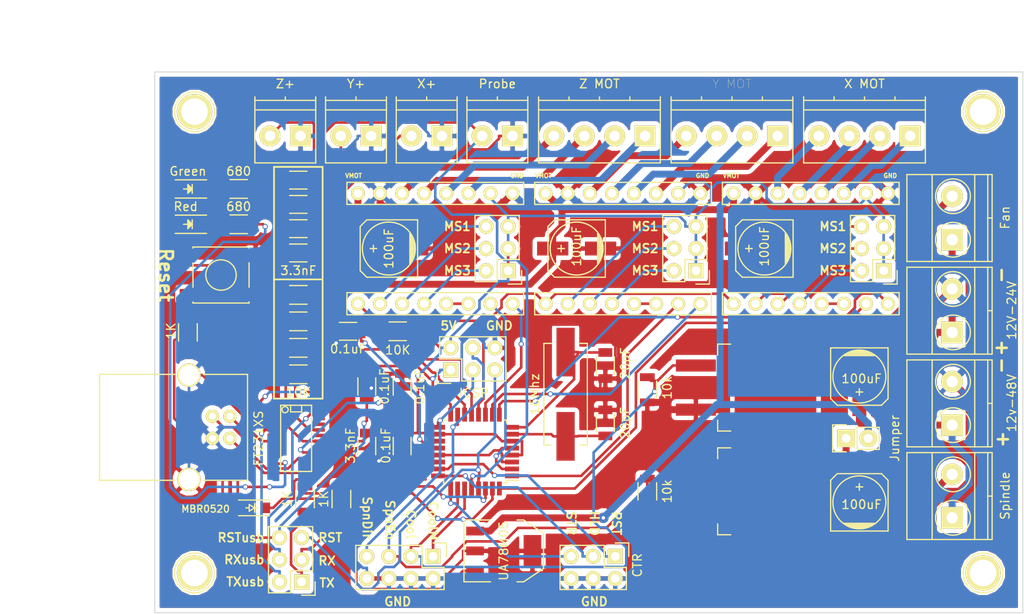
<source format=kicad_pcb>
(kicad_pcb (version 4) (host pcbnew 4.0.7)
  (layers (0 F.Cu signal) (31 B.Cu signal) (34 B.Paste user) (35 F.Paste user) (36 B.SilkS user) (37 F.SilkS user) (38 B.Mask user) (39 F.Mask user) (44 Edge.Cuts user))
  (net 0 "")
  (net 1 GND)
  (net 2 "Net-(C2-Pad1)")
  (net 3 +12V)
  (net 4 reset)
  (net 5 "Net-(C5-Pad2)")
  (net 6 +48V)
  (net 7 "Net-(C7-Pad1)")
  (net 8 "Net-(C8-Pad1)")
  (net 9 MISO)
  (net 10 YLIMIT)
  (net 11 XLIMIT)
  (net 12 PROBE)
  (net 13 "Net-(C13-Pad1)")
  (net 14 +5V)
  (net 15 "Net-(D1-Pad1)")
  (net 16 "Net-(D2-Pad1)")
  (net 17 YSTEP)
  (net 18 ZSTEP)
  (net 19 XDIR)
  (net 20 YDIR)
  (net 21 ZDIR)
  (net 22 EN)
  (net 23 MOSI)
  (net 24 "Net-(IC1-Pad30)")
  (net 25 "Net-(IC1-Pad31)")
  (net 26 XSTEP)
  (net 27 "Net-(JP1-Pad2)")
  (net 28 "Net-(JP2-Pad2)")
  (net 29 D+)
  (net 30 D-)
  (net 31 "Net-(P3-Pad2)")
  (net 32 "Net-(P3-Pad4)")
  (net 33 "Net-(P3-Pad6)")
  (net 34 "Net-(P4-Pad2)")
  (net 35 "Net-(P4-Pad4)")
  (net 36 "Net-(P4-Pad6)")
  (net 37 "Net-(P5-Pad2)")
  (net 38 "Net-(P5-Pad4)")
  (net 39 "Net-(P5-Pad6)")
  (net 40 "Net-(P8-Pad3)")
  (net 41 "Net-(P8-Pad4)")
  (net 42 "Net-(P8-Pad2)")
  (net 43 "Net-(P8-Pad1)")
  (net 44 "Net-(P9-Pad3)")
  (net 45 "Net-(P9-Pad4)")
  (net 46 "Net-(P9-Pad2)")
  (net 47 "Net-(P9-Pad1)")
  (net 48 "Net-(P10-Pad3)")
  (net 49 "Net-(P10-Pad4)")
  (net 50 "Net-(P10-Pad2)")
  (net 51 "Net-(P10-Pad1)")
  (net 52 RX)
  (net 53 TX)
  (net 54 "Net-(R5-Pad2)")
  (net 55 "Net-(R6-Pad2)")
  (net 56 "Net-(U2-Pad13)")
  (net 57 "Net-(U3-Pad13)")
  (net 58 "Net-(U4-Pad13)")
  (net 59 "Net-(IC1-Pad23)")
  (net 60 "Net-(IC1-Pad24)")
  (net 61 "Net-(IC1-Pad25)")
  (net 62 SCK)
  (net 63 COOLANT)
  (net 64 MISTCOOLANT)
  (net 65 +5VA)
  (net 66 TX_FTDI)
  (net 67 RX_FTDI)
  (net 68 reset-ftdi)
  (module Connect:1pin (layer F.Cu) (at 157.988 37.084)
    (fp_text reference REF04 hide)
    (fp_text value 1pin hide)
    (pad 1 thru_hole circle (at 0 0) (size 4.064 4.064) (drill 3.048) (layers *.Cu *.Mask F.SilkS))
  )
  (module Connect:1pin (layer F.Cu) (at 157.988 90.17)
    (fp_text reference REF03 hide)
    (fp_text value 1pin hide)
    (pad 1 thru_hole circle (at 0 0) (size 4.064 4.064) (drill 3.048) (layers *.Cu *.Mask F.SilkS))
  )
  (module Connect:1pin (layer F.Cu) (at 248.666 90.17)
    (fp_text reference REF02 hide)
    (fp_text value 1pin hide)
    (pad 1 thru_hole circle (at 0 0) (size 4.064 4.064) (drill 3.048) (layers *.Cu *.Mask F.SilkS))
  )
  (module Connect:USB_B (layer F.Cu) (at 162.052 74.676 180)
    (fp_text reference P2 hide)
    (fp_text value USB_B hide)
    (pad 2 thru_hole circle (at 0 2.54 90) (size 1.524 1.524) (drill 0.8128) (layers *.Cu *.Mask F.SilkS) (net 30 D-))
    (pad 1 thru_hole circle (at 0 0 90) (size 1.524 1.524) (drill 0.8128) (layers *.Cu *.Mask F.SilkS) (net 65 +5VA))
    (pad 4 thru_hole circle (at 1.99898 0 90) (size 1.524 1.524) (drill 0.8128) (layers *.Cu *.Mask F.SilkS) (net 1 GND))
    (pad 3 thru_hole circle (at 1.99898 2.54 90) (size 1.524 1.524) (drill 0.8128) (layers *.Cu *.Mask F.SilkS) (net 29 D+))
    (pad 5 thru_hole circle (at 4.699 7.26948 90) (size 2.70002 2.70002) (drill 2.30124) (layers *.Cu *.Mask F.SilkS) (net 1 GND))
    (pad 5 thru_hole circle (at 4.699 -4.72948 90) (size 2.70002 2.70002) (drill 2.30124) (layers *.Cu *.Mask F.SilkS) (net 1 GND))
  )
  (module Capacitors_SMD:C_1206 (layer F.Cu) (at 181.864 75.565 90)
    (fp_text reference C1 hide)
    (fp_text value 0.1uF (at 0.0508 -1.8796 270) (layer F.SilkS))
    (pad 1 smd rect (at -1.5 0 90) (size 1 1.6) (layers F.Cu F.Paste F.Mask) (net 1 GND))
    (pad 2 smd rect (at 1.5 0 90) (size 1 1.6) (layers F.Cu F.Paste F.Mask) (net 14 +5V))
  )
  (module Capacitors_SMD:C_1206 (layer F.Cu) (at 175.641 62.357 180)
    (fp_text reference C2 hide)
    (fp_text value 0.1uF (at 0 -2.032 180) (layer F.SilkS))
    (pad 1 smd rect (at -1.5 0 180) (size 1 1.6) (layers F.Cu F.Paste F.Mask) (net 2 "Net-(C2-Pad1)"))
    (pad 2 smd rect (at 1.5 0 180) (size 1 1.6) (layers F.Cu F.Paste F.Mask) (net 1 GND))
  )
  (module Capacitors_SMD:C_1206 (layer F.Cu) (at 177.8 75.565 270)
    (fp_text reference C3 hide)
    (fp_text value 3.3nF (at -0.0508 1.8796 270) (layer F.SilkS))
    (pad 1 smd rect (at -1.5 0 270) (size 1 1.6) (layers F.Cu F.Paste F.Mask) (net 14 +5V))
    (pad 2 smd rect (at 1.5 0 270) (size 1 1.6) (layers F.Cu F.Paste F.Mask) (net 1 GND))
  )
  (module Capacitors_SMD:c_elec_6.3x7.7 (layer F.Cu) (at 234.442 67.564 270)
    (fp_text reference C4 hide)
    (fp_text value 100uF (at 0.254 -0.254 360) (layer F.SilkS))
    (pad 1 smd rect (at 2.75082 0 270) (size 3.59918 1.6002) (layers F.Cu F.Paste F.Mask) (net 3 +12V))
    (pad 2 smd rect (at -2.75082 0 270) (size 3.59918 1.6002) (layers F.Cu F.Paste F.Mask) (net 1 GND))
  )
  (module Capacitors_SMD:C_1206 (layer F.Cu) (at 177.8 68.707 90)
    (fp_text reference C5 hide)
    (fp_text value 0.1uF (at 0 2.032 90) (layer F.SilkS))
    (pad 1 smd rect (at -1.5 0 90) (size 1 1.6) (layers F.Cu F.Paste F.Mask) (net 68 reset-ftdi))
    (pad 2 smd rect (at 1.5 0 90) (size 1 1.6) (layers F.Cu F.Paste F.Mask) (net 5 "Net-(C5-Pad2)"))
  )
  (module Capacitors_SMD:c_elec_6.3x7.7 (layer F.Cu) (at 234.442 82.042 90)
    (fp_text reference C6 hide)
    (fp_text value 100uF (at -0.254 0.254 180) (layer F.SilkS))
    (pad 1 smd rect (at 2.75082 0 90) (size 3.59918 1.6002) (layers F.Cu F.Paste F.Mask) (net 6 +48V))
    (pad 2 smd rect (at -2.75082 0 90) (size 3.59918 1.6002) (layers F.Cu F.Paste F.Mask) (net 1 GND))
  )
  (module Capacitors_SMD:C_1206 (layer F.Cu) (at 205.232 72.898 90)
    (fp_text reference C7 hide)
    (fp_text value 20pF (at 0 2.286 270) (layer F.SilkS))
    (pad 1 smd rect (at -1.5 0 90) (size 1 1.6) (layers F.Cu F.Paste F.Mask) (net 7 "Net-(C7-Pad1)"))
    (pad 2 smd rect (at 1.5 0 90) (size 1 1.6) (layers F.Cu F.Paste F.Mask) (net 1 GND))
  )
  (module Capacitors_SMD:C_1206 (layer F.Cu) (at 205.232 66.294 270)
    (fp_text reference C8 hide)
    (fp_text value 20pF (at -0.254 -2.286 450) (layer F.SilkS))
    (pad 1 smd rect (at -1.5 0 270) (size 1 1.6) (layers F.Cu F.Paste F.Mask) (net 8 "Net-(C8-Pad1)"))
    (pad 2 smd rect (at 1.5 0 270) (size 1 1.6) (layers F.Cu F.Paste F.Mask) (net 1 GND))
  )
  (module Capacitors_SMD:C_1206 (layer F.Cu) (at 169.926 44.958 180)
    (fp_text reference C9 hide)
    (fp_text value 3.3nF (at 0 -10.414 360) (layer F.SilkS))
    (pad 1 smd rect (at -1.5 0 180) (size 1 1.6) (layers F.Cu F.Paste F.Mask) (net 9 MISO))
    (pad 2 smd rect (at 1.5 0 180) (size 1 1.6) (layers F.Cu F.Paste F.Mask) (net 1 GND))
  )
  (module Capacitors_SMD:C_1206 (layer F.Cu) (at 169.926 47.752 180)
    (fp_text reference C10 hide)
    (fp_text value 3.3nF hide)
    (pad 1 smd rect (at -1.5 0 180) (size 1 1.6) (layers F.Cu F.Paste F.Mask) (net 10 YLIMIT))
    (pad 2 smd rect (at 1.5 0 180) (size 1 1.6) (layers F.Cu F.Paste F.Mask) (net 1 GND))
  )
  (module Capacitors_SMD:C_1206 (layer F.Cu) (at 169.926 50.546 180)
    (fp_text reference C11 hide)
    (fp_text value 3.3nF hide)
    (pad 1 smd rect (at -1.5 0 180) (size 1 1.6) (layers F.Cu F.Paste F.Mask) (net 11 XLIMIT))
    (pad 2 smd rect (at 1.5 0 180) (size 1 1.6) (layers F.Cu F.Paste F.Mask) (net 1 GND))
  )
  (module Capacitors_SMD:C_1206 (layer F.Cu) (at 169.926 53.34 180)
    (fp_text reference C12 hide)
    (fp_text value 3.3nF hide)
    (pad 1 smd rect (at -1.5 0 180) (size 1 1.6) (layers F.Cu F.Paste F.Mask) (net 12 PROBE))
    (pad 2 smd rect (at 1.5 0 180) (size 1 1.6) (layers F.Cu F.Paste F.Mask) (net 1 GND))
  )
  (module Capacitors_SMD:C_1206 (layer F.Cu) (at 181.864 68.707 90)
    (fp_text reference C13 hide)
    (fp_text value 0.1uF (at 0 2.032 270) (layer F.SilkS))
    (pad 1 smd rect (at -1.5 0 90) (size 1 1.6) (layers F.Cu F.Paste F.Mask) (net 13 "Net-(C13-Pad1)"))
    (pad 2 smd rect (at 1.5 0 90) (size 1 1.6) (layers F.Cu F.Paste F.Mask) (net 1 GND))
  )
  (module Capacitors_SMD:c_elec_6.3x5.3 (layer F.Cu) (at 223.52 52.832 180)
    (fp_text reference C14 hide)
    (fp_text value 100uF (at 0 0.254 270) (layer F.SilkS))
    (pad 1 smd rect (at 2.75082 0 180) (size 3.59918 1.6002) (layers F.Cu F.Paste F.Mask) (net 3 +12V))
    (pad 2 smd rect (at -2.75082 0 180) (size 3.59918 1.6002) (layers F.Cu F.Paste F.Mask) (net 1 GND))
  )
  (module Capacitors_SMD:c_elec_6.3x5.3 (layer F.Cu) (at 201.93 52.832 180)
    (fp_text reference C15 hide)
    (fp_text value 100uF (at 0 0.254 270) (layer F.SilkS))
    (pad 1 smd rect (at 2.75082 0 180) (size 3.59918 1.6002) (layers F.Cu F.Paste F.Mask) (net 3 +12V))
    (pad 2 smd rect (at -2.75082 0 180) (size 3.59918 1.6002) (layers F.Cu F.Paste F.Mask) (net 1 GND))
  )
  (module Capacitors_SMD:c_elec_6.3x5.3 (layer F.Cu) (at 180.34 52.832 180)
    (fp_text reference C16 hide)
    (fp_text value 100uF (at 0 0 270) (layer F.SilkS))
    (pad 1 smd rect (at 2.75082 0 180) (size 3.59918 1.6002) (layers F.Cu F.Paste F.Mask) (net 3 +12V))
    (pad 2 smd rect (at -2.75082 0 180) (size 3.59918 1.6002) (layers F.Cu F.Paste F.Mask) (net 1 GND))
  )
  (module LEDs:LED_1206 (layer F.Cu) (at 157.226 50.038 180)
    (fp_text reference D1 hide)
    (fp_text value Red (at 0.254 2.032 360) (layer F.SilkS))
    (pad 2 smd rect (at 1.41986 0) (size 1.59766 1.80086) (layers F.Cu F.Paste F.Mask) (net 14 +5V))
    (pad 1 smd rect (at -1.41986 0) (size 1.59766 1.80086) (layers F.Cu F.Paste F.Mask) (net 15 "Net-(D1-Pad1)"))
  )
  (module LEDs:LED_1206 (layer F.Cu) (at 157.226 45.974 180)
    (fp_text reference D2 hide)
    (fp_text value Green (at 0 2.032 360) (layer F.SilkS))
    (pad 2 smd rect (at 1.41986 0) (size 1.59766 1.80086) (layers F.Cu F.Paste F.Mask) (net 14 +5V))
    (pad 1 smd rect (at -1.41986 0) (size 1.59766 1.80086) (layers F.Cu F.Paste F.Mask) (net 16 "Net-(D2-Pad1)"))
  )
  (module Housings_QFP:TQFP-32_7x7mm_Pitch0.8mm (layer F.Cu) (at 190.246 76.2 180)
    (fp_text reference IC1 hide)
    (fp_text value ATMEGA328P-A hide)
    (pad 1 smd rect (at -4.25 -2.8 180) (size 1.6 0.55) (layers F.Cu F.Paste F.Mask) (net 17 YSTEP))
    (pad 2 smd rect (at -4.25 -2 180) (size 1.6 0.55) (layers F.Cu F.Paste F.Mask) (net 18 ZSTEP))
    (pad 3 smd rect (at -4.25 -1.2 180) (size 1.6 0.55) (layers F.Cu F.Paste F.Mask) (net 1 GND))
    (pad 4 smd rect (at -4.25 -0.4 180) (size 1.6 0.55) (layers F.Cu F.Paste F.Mask) (net 14 +5V))
    (pad 5 smd rect (at -4.25 0.4 180) (size 1.6 0.55) (layers F.Cu F.Paste F.Mask) (net 1 GND))
    (pad 6 smd rect (at -4.25 1.2 180) (size 1.6 0.55) (layers F.Cu F.Paste F.Mask) (net 14 +5V))
    (pad 7 smd rect (at -4.25 2 180) (size 1.6 0.55) (layers F.Cu F.Paste F.Mask) (net 7 "Net-(C7-Pad1)"))
    (pad 8 smd rect (at -4.25 2.8 180) (size 1.6 0.55) (layers F.Cu F.Paste F.Mask) (net 8 "Net-(C8-Pad1)"))
    (pad 9 smd rect (at -2.8 4.25 270) (size 1.6 0.55) (layers F.Cu F.Paste F.Mask) (net 19 XDIR))
    (pad 10 smd rect (at -2 4.25 270) (size 1.6 0.55) (layers F.Cu F.Paste F.Mask) (net 20 YDIR))
    (pad 11 smd rect (at -1.2 4.25 270) (size 1.6 0.55) (layers F.Cu F.Paste F.Mask) (net 21 ZDIR))
    (pad 12 smd rect (at -0.4 4.25 270) (size 1.6 0.55) (layers F.Cu F.Paste F.Mask) (net 22 EN))
    (pad 13 smd rect (at 0.4 4.25 270) (size 1.6 0.55) (layers F.Cu F.Paste F.Mask) (net 11 XLIMIT))
    (pad 14 smd rect (at 1.2 4.25 270) (size 1.6 0.55) (layers F.Cu F.Paste F.Mask) (net 10 YLIMIT))
    (pad 15 smd rect (at 2 4.25 270) (size 1.6 0.55) (layers F.Cu F.Paste F.Mask) (net 23 MOSI))
    (pad 16 smd rect (at 2.8 4.25 270) (size 1.6 0.55) (layers F.Cu F.Paste F.Mask) (net 9 MISO))
    (pad 17 smd rect (at 4.25 2.8 180) (size 1.6 0.55) (layers F.Cu F.Paste F.Mask) (net 62 SCK))
    (pad 18 smd rect (at 4.25 2 180) (size 1.6 0.55) (layers F.Cu F.Paste F.Mask) (net 14 +5V))
    (pad 19 smd rect (at 4.25 1.2 180) (size 1.6 0.55) (layers F.Cu F.Paste F.Mask))
    (pad 20 smd rect (at 4.25 0.4 180) (size 1.6 0.55) (layers F.Cu F.Paste F.Mask) (net 2 "Net-(C2-Pad1)"))
    (pad 21 smd rect (at 4.25 -0.4 180) (size 1.6 0.55) (layers F.Cu F.Paste F.Mask) (net 1 GND))
    (pad 22 smd rect (at 4.25 -1.2 180) (size 1.6 0.55) (layers F.Cu F.Paste F.Mask))
    (pad 23 smd rect (at 4.25 -2 180) (size 1.6 0.55) (layers F.Cu F.Paste F.Mask) (net 59 "Net-(IC1-Pad23)"))
    (pad 24 smd rect (at 4.25 -2.8 180) (size 1.6 0.55) (layers F.Cu F.Paste F.Mask) (net 60 "Net-(IC1-Pad24)"))
    (pad 25 smd rect (at 2.8 -4.25 270) (size 1.6 0.55) (layers F.Cu F.Paste F.Mask) (net 61 "Net-(IC1-Pad25)"))
    (pad 26 smd rect (at 2 -4.25 270) (size 1.6 0.55) (layers F.Cu F.Paste F.Mask) (net 63 COOLANT))
    (pad 27 smd rect (at 1.2 -4.25 270) (size 1.6 0.55) (layers F.Cu F.Paste F.Mask) (net 64 MISTCOOLANT))
    (pad 28 smd rect (at 0.4 -4.25 270) (size 1.6 0.55) (layers F.Cu F.Paste F.Mask) (net 12 PROBE))
    (pad 29 smd rect (at -0.4 -4.25 270) (size 1.6 0.55) (layers F.Cu F.Paste F.Mask) (net 4 reset))
    (pad 30 smd rect (at -1.2 -4.25 270) (size 1.6 0.55) (layers F.Cu F.Paste F.Mask) (net 24 "Net-(IC1-Pad30)"))
    (pad 31 smd rect (at -2 -4.25 270) (size 1.6 0.55) (layers F.Cu F.Paste F.Mask) (net 25 "Net-(IC1-Pad31)"))
    (pad 32 smd rect (at -2.8 -4.25 270) (size 1.6 0.55) (layers F.Cu F.Paste F.Mask) (net 26 XSTEP))
  )
  (module Terminal_Blocks:TerminalBlock_Pheonix_MKDS1.5-2pol (layer F.Cu) (at 245.11 51.816 90)
    (fp_text reference JP1 hide)
    (fp_text value Fan (at 2.54 6.096 90) (layer F.SilkS))
    (pad 1 thru_hole rect (at 0 0 90) (size 2.5 2.5) (drill 1.3) (layers *.Cu *.Mask F.SilkS) (net 3 +12V))
    (pad 2 thru_hole circle (at 5 0 90) (size 2.5 2.5) (drill 1.3) (layers *.Cu *.Mask F.SilkS) (net 27 "Net-(JP1-Pad2)"))
  )
  (module Terminal_Blocks:TerminalBlock_Pheonix_MKDS1.5-2pol (layer F.Cu) (at 245.11 83.82 90)
    (fp_text reference JP2 hide)
    (fp_text value Spindle (at 2.54 6.096 90) (layer F.SilkS))
    (pad 1 thru_hole rect (at 0 0 90) (size 2.5 2.5) (drill 1.3) (layers *.Cu *.Mask F.SilkS) (net 6 +48V))
    (pad 2 thru_hole circle (at 5 0 90) (size 2.5 2.5) (drill 1.3) (layers *.Cu *.Mask F.SilkS) (net 28 "Net-(JP2-Pad2)"))
  )
  (module Terminal_Blocks:TerminalBlock_Pheonix_PT-3.5mm_2pol (layer F.Cu) (at 170.18 39.878 180)
    (fp_text reference JP3 hide)
    (fp_text value Z+ (at 1.75 6 360) (layer F.SilkS))
    (pad 2 thru_hole circle (at 3.5 0 180) (size 2.4 2.4) (drill 1.2) (layers *.Cu *.Mask F.SilkS) (net 9 MISO))
    (pad 1 thru_hole rect (at 0 0 180) (size 2.4 2.4) (drill 1.2) (layers *.Cu *.Mask F.SilkS) (net 1 GND))
  )
  (module Terminal_Blocks:TerminalBlock_Pheonix_PT-3.5mm_2pol (layer F.Cu) (at 178.308 39.878 180)
    (fp_text reference JP4 hide)
    (fp_text value Y+ (at 1.75 6 360) (layer F.SilkS))
    (pad 2 thru_hole circle (at 3.5 0 180) (size 2.4 2.4) (drill 1.2) (layers *.Cu *.Mask F.SilkS) (net 10 YLIMIT))
    (pad 1 thru_hole rect (at 0 0 180) (size 2.4 2.4) (drill 1.2) (layers *.Cu *.Mask F.SilkS) (net 1 GND))
  )
  (module Terminal_Blocks:TerminalBlock_Pheonix_PT-3.5mm_2pol (layer F.Cu) (at 186.436 39.878 180)
    (fp_text reference JP5 hide)
    (fp_text value X+ (at 1.75 6 360) (layer F.SilkS))
    (pad 2 thru_hole circle (at 3.5 0 180) (size 2.4 2.4) (drill 1.2) (layers *.Cu *.Mask F.SilkS) (net 11 XLIMIT))
    (pad 1 thru_hole rect (at 0 0 180) (size 2.4 2.4) (drill 1.2) (layers *.Cu *.Mask F.SilkS) (net 1 GND))
  )
  (module Terminal_Blocks:TerminalBlock_Pheonix_PT-3.5mm_2pol (layer F.Cu) (at 194.564 39.878 180)
    (fp_text reference JP6 hide)
    (fp_text value Probe (at 1.75 6 360) (layer F.SilkS))
    (pad 2 thru_hole circle (at 3.5 0 180) (size 2.4 2.4) (drill 1.2) (layers *.Cu *.Mask F.SilkS) (net 12 PROBE))
    (pad 1 thru_hole rect (at 0 0 180) (size 2.4 2.4) (drill 1.2) (layers *.Cu *.Mask F.SilkS) (net 1 GND))
  )
  (module Pin_Headers:Pin_Header_Straight_1x02 (layer F.Cu) (at 232.918 74.676 90)
    (fp_text reference JP7 hide)
    (fp_text value Jumper (at 0 5.588 90) (layer F.SilkS))
    (pad 1 thru_hole rect (at 0 0 90) (size 2.032 2.032) (drill 1.016) (layers *.Cu *.Mask F.SilkS) (net 6 +48V))
    (pad 2 thru_hole oval (at 0 2.54 90) (size 2.032 2.032) (drill 1.016) (layers *.Cu *.Mask F.SilkS) (net 3 +12V))
  )
  (module Pin_Headers:Pin_Header_Straight_2x03 (layer F.Cu) (at 187.452 66.802 90)
    (fp_text reference P1 hide)
    (fp_text value ICSP (at -2.667 2.667 180) (layer F.SilkS))
    (pad 1 thru_hole rect (at 0 0 90) (size 1.7272 1.7272) (drill 1.016) (layers *.Cu *.Mask F.SilkS) (net 9 MISO))
    (pad 2 thru_hole oval (at 2.54 0 90) (size 1.7272 1.7272) (drill 1.016) (layers *.Cu *.Mask F.SilkS) (net 14 +5V))
    (pad 3 thru_hole oval (at 0 2.54 90) (size 1.7272 1.7272) (drill 1.016) (layers *.Cu *.Mask F.SilkS) (net 62 SCK))
    (pad 4 thru_hole oval (at 2.54 2.54 90) (size 1.7272 1.7272) (drill 1.016) (layers *.Cu *.Mask F.SilkS) (net 23 MOSI))
    (pad 5 thru_hole oval (at 0 5.08 90) (size 1.7272 1.7272) (drill 1.016) (layers *.Cu *.Mask F.SilkS) (net 4 reset))
    (pad 6 thru_hole oval (at 2.54 5.08 90) (size 1.7272 1.7272) (drill 1.016) (layers *.Cu *.Mask F.SilkS) (net 1 GND))
  )
  (module Pin_Headers:Pin_Header_Straight_2x03 (layer F.Cu) (at 237.236 55.372 180)
    (fp_text reference P3 hide)
    (fp_text value CONN_02X03 hide)
    (pad 1 thru_hole rect (at 0 0 180) (size 1.7272 1.7272) (drill 1.016) (layers *.Cu *.Mask F.SilkS) (net 14 +5V))
    (pad 2 thru_hole oval (at 2.54 0 180) (size 1.7272 1.7272) (drill 1.016) (layers *.Cu *.Mask F.SilkS) (net 31 "Net-(P3-Pad2)"))
    (pad 3 thru_hole oval (at 0 2.54 180) (size 1.7272 1.7272) (drill 1.016) (layers *.Cu *.Mask F.SilkS) (net 14 +5V))
    (pad 4 thru_hole oval (at 2.54 2.54 180) (size 1.7272 1.7272) (drill 1.016) (layers *.Cu *.Mask F.SilkS) (net 32 "Net-(P3-Pad4)"))
    (pad 5 thru_hole oval (at 0 5.08 180) (size 1.7272 1.7272) (drill 1.016) (layers *.Cu *.Mask F.SilkS) (net 14 +5V))
    (pad 6 thru_hole oval (at 2.54 5.08 180) (size 1.7272 1.7272) (drill 1.016) (layers *.Cu *.Mask F.SilkS) (net 33 "Net-(P3-Pad6)"))
  )
  (module Pin_Headers:Pin_Header_Straight_2x03 (layer F.Cu) (at 215.646 55.372 180)
    (fp_text reference P4 hide)
    (fp_text value CONN_02X03 hide)
    (pad 1 thru_hole rect (at 0 0 180) (size 1.7272 1.7272) (drill 1.016) (layers *.Cu *.Mask F.SilkS) (net 14 +5V))
    (pad 2 thru_hole oval (at 2.54 0 180) (size 1.7272 1.7272) (drill 1.016) (layers *.Cu *.Mask F.SilkS) (net 34 "Net-(P4-Pad2)"))
    (pad 3 thru_hole oval (at 0 2.54 180) (size 1.7272 1.7272) (drill 1.016) (layers *.Cu *.Mask F.SilkS) (net 14 +5V))
    (pad 4 thru_hole oval (at 2.54 2.54 180) (size 1.7272 1.7272) (drill 1.016) (layers *.Cu *.Mask F.SilkS) (net 35 "Net-(P4-Pad4)"))
    (pad 5 thru_hole oval (at 0 5.08 180) (size 1.7272 1.7272) (drill 1.016) (layers *.Cu *.Mask F.SilkS) (net 14 +5V))
    (pad 6 thru_hole oval (at 2.54 5.08 180) (size 1.7272 1.7272) (drill 1.016) (layers *.Cu *.Mask F.SilkS) (net 36 "Net-(P4-Pad6)"))
  )
  (module Pin_Headers:Pin_Header_Straight_2x03 (layer F.Cu) (at 194.056 55.372 180)
    (fp_text reference P5 hide)
    (fp_text value CONN_02X03 hide)
    (pad 1 thru_hole rect (at 0 0 180) (size 1.7272 1.7272) (drill 1.016) (layers *.Cu *.Mask F.SilkS) (net 14 +5V))
    (pad 2 thru_hole oval (at 2.54 0 180) (size 1.7272 1.7272) (drill 1.016) (layers *.Cu *.Mask F.SilkS) (net 37 "Net-(P5-Pad2)"))
    (pad 3 thru_hole oval (at 0 2.54 180) (size 1.7272 1.7272) (drill 1.016) (layers *.Cu *.Mask F.SilkS) (net 14 +5V))
    (pad 4 thru_hole oval (at 2.54 2.54 180) (size 1.7272 1.7272) (drill 1.016) (layers *.Cu *.Mask F.SilkS) (net 38 "Net-(P5-Pad4)"))
    (pad 5 thru_hole oval (at 0 5.08 180) (size 1.7272 1.7272) (drill 1.016) (layers *.Cu *.Mask F.SilkS) (net 14 +5V))
    (pad 6 thru_hole oval (at 2.54 5.08 180) (size 1.7272 1.7272) (drill 1.016) (layers *.Cu *.Mask F.SilkS) (net 39 "Net-(P5-Pad6)"))
  )
  (module Terminal_Blocks:TerminalBlock_Pheonix_MKDS1.5-2pol (layer F.Cu) (at 245.11 62.484 90)
    (fp_text reference P6 hide)
    (fp_text value 12V-24V (at 2.54 6.858 90) (layer F.SilkS))
    (pad 1 thru_hole rect (at 0 0 90) (size 2.5 2.5) (drill 1.3) (layers *.Cu *.Mask F.SilkS) (net 3 +12V))
    (pad 2 thru_hole circle (at 5 0 90) (size 2.5 2.5) (drill 1.3) (layers *.Cu *.Mask F.SilkS) (net 1 GND))
  )
  (module Terminal_Blocks:TerminalBlock_Pheonix_MKDS1.5-2pol (layer F.Cu) (at 245.11 73.152 90)
    (fp_text reference P7 hide)
    (fp_text value 12v-48V (at 2.54 6.858 90) (layer F.SilkS))
    (pad 1 thru_hole rect (at 0 0 90) (size 2.5 2.5) (drill 1.3) (layers *.Cu *.Mask F.SilkS) (net 6 +48V))
    (pad 2 thru_hole circle (at 5 0 90) (size 2.5 2.5) (drill 1.3) (layers *.Cu *.Mask F.SilkS) (net 1 GND))
  )
  (module Terminal_Blocks:TerminalBlock_Pheonix_PT-3.5mm_4pol (layer F.Cu) (at 240.284 39.878 180)
    (fp_text reference P8 hide)
    (fp_text value "X MOT" (at 5.25 6 360) (layer F.SilkS))
    (pad 3 thru_hole circle (at 7 0 180) (size 2.4 2.4) (drill 1.2) (layers *.Cu *.Mask F.SilkS) (net 40 "Net-(P8-Pad3)"))
    (pad 4 thru_hole circle (at 10.5 0 180) (size 2.4 2.4) (drill 1.2) (layers *.Cu *.Mask F.SilkS) (net 41 "Net-(P8-Pad4)"))
    (pad 2 thru_hole circle (at 3.5 0 180) (size 2.4 2.4) (drill 1.2) (layers *.Cu *.Mask F.SilkS) (net 42 "Net-(P8-Pad2)"))
    (pad 1 thru_hole rect (at 0 0 180) (size 2.4 2.4) (drill 1.2) (layers *.Cu *.Mask F.SilkS) (net 43 "Net-(P8-Pad1)"))
  )
  (module Terminal_Blocks:TerminalBlock_Pheonix_PT-3.5mm_4pol (layer F.Cu) (at 225.044 39.878 180)
    (fp_text reference P9 hide)
    (fp_text value "Y MOT" (at 5.25 6 180) (layer F.SilkS) (effects (font (thickness 0.03175))))
    (pad 3 thru_hole circle (at 7 0 180) (size 2.4 2.4) (drill 1.2) (layers *.Cu *.Mask F.SilkS) (net 44 "Net-(P9-Pad3)"))
    (pad 4 thru_hole circle (at 10.5 0 180) (size 2.4 2.4) (drill 1.2) (layers *.Cu *.Mask F.SilkS) (net 45 "Net-(P9-Pad4)"))
    (pad 2 thru_hole circle (at 3.5 0 180) (size 2.4 2.4) (drill 1.2) (layers *.Cu *.Mask F.SilkS) (net 46 "Net-(P9-Pad2)"))
    (pad 1 thru_hole rect (at 0 0 180) (size 2.4 2.4) (drill 1.2) (layers *.Cu *.Mask F.SilkS) (net 47 "Net-(P9-Pad1)"))
  )
  (module Terminal_Blocks:TerminalBlock_Pheonix_PT-3.5mm_4pol (layer F.Cu) (at 209.804 39.878 180)
    (fp_text reference P10 hide)
    (fp_text value "Z MOT" (at 5.25 6 180) (layer F.SilkS))
    (pad 3 thru_hole circle (at 7 0 180) (size 2.4 2.4) (drill 1.2) (layers *.Cu *.Mask F.SilkS) (net 48 "Net-(P10-Pad3)"))
    (pad 4 thru_hole circle (at 10.5 0 180) (size 2.4 2.4) (drill 1.2) (layers *.Cu *.Mask F.SilkS) (net 49 "Net-(P10-Pad4)"))
    (pad 2 thru_hole circle (at 3.5 0 180) (size 2.4 2.4) (drill 1.2) (layers *.Cu *.Mask F.SilkS) (net 50 "Net-(P10-Pad2)"))
    (pad 1 thru_hole rect (at 0 0 180) (size 2.4 2.4) (drill 1.2) (layers *.Cu *.Mask F.SilkS) (net 51 "Net-(P10-Pad1)"))
  )
  (module mix3:TO-263-3Lead (layer F.Cu) (at 215.646 68.834)
    (fp_text reference Q1 hide)
    (fp_text value STB60NF06LT4 hide)
    (pad 2 smd rect (at 9.15 0) (size 9.4 10.8) (layers F.Cu F.Paste F.Mask) (net 27 "Net-(JP1-Pad2)"))
    (pad 3 smd rect (at 0 2.54) (size 4.6 1.39) (layers F.Cu F.Paste F.Mask) (net 1 GND))
    (pad 1 smd rect (at 0 -2.54) (size 4.6 1.39) (layers F.Cu F.Paste F.Mask) (net 63 COOLANT))
  )
  (module mix3:TO-263-3Lead (layer F.Cu) (at 215.646 80.772)
    (fp_text reference Q2 hide)
    (fp_text value STB60NF06LT4 hide)
    (pad 2 smd rect (at 9.15 0) (size 9.4 10.8) (layers F.Cu F.Paste F.Mask) (net 28 "Net-(JP2-Pad2)"))
    (pad 3 smd rect (at 0 2.54) (size 4.6 1.39) (layers F.Cu F.Paste F.Mask) (net 1 GND))
    (pad 1 smd rect (at 0 -2.54) (size 4.6 1.39) (layers F.Cu F.Paste F.Mask) (net 23 MOSI))
  )
  (module Resistors_SMD:R_1206 (layer F.Cu) (at 210.058 69.088 270)
    (fp_text reference R1 hide)
    (fp_text value 10k (at -0.254 -2.286 270) (layer F.SilkS))
    (pad 1 smd rect (at -1.45 0 270) (size 0.9 1.7) (layers F.Cu F.Paste F.Mask) (net 63 COOLANT))
    (pad 2 smd rect (at 1.45 0 270) (size 0.9 1.7) (layers F.Cu F.Paste F.Mask) (net 1 GND))
  )
  (module Resistors_SMD:R_1206 (layer F.Cu) (at 157.226 62.484 90)
    (fp_text reference R2 hide)
    (fp_text value 1K (at 0.1524 -1.9304 270) (layer F.SilkS))
    (pad 1 smd rect (at -1.45 0 90) (size 0.9 1.7) (layers F.Cu F.Paste F.Mask) (net 14 +5V))
    (pad 2 smd rect (at 1.45 0 90) (size 0.9 1.7) (layers F.Cu F.Paste F.Mask) (net 68 reset-ftdi))
  )
  (module Resistors_SMD:R_1206 (layer F.Cu) (at 174.879 81.661 270)
    (fp_text reference R3 hide)
    (fp_text value 1K (at 0 2.032 270) (layer F.SilkS))
    (pad 1 smd rect (at -1.45 0 270) (size 0.9 1.7) (layers F.Cu F.Paste F.Mask) (net 24 "Net-(IC1-Pad30)"))
    (pad 2 smd rect (at 1.45 0 270) (size 0.9 1.7) (layers F.Cu F.Paste F.Mask) (net 52 RX))
  )
  (module Resistors_SMD:R_1206 (layer F.Cu) (at 170.688 81.661 270)
    (fp_text reference R4 hide)
    (fp_text value 1K (at 0 2.032 270) (layer F.SilkS))
    (pad 1 smd rect (at -1.45 0 270) (size 0.9 1.7) (layers F.Cu F.Paste F.Mask) (net 25 "Net-(IC1-Pad31)"))
    (pad 2 smd rect (at 1.45 0 270) (size 0.9 1.7) (layers F.Cu F.Paste F.Mask) (net 53 TX))
  )
  (module Resistors_SMD:R_1206 (layer F.Cu) (at 163.068 50.038)
    (fp_text reference R5 hide)
    (fp_text value 680 (at 0 -2.032 180) (layer F.SilkS))
    (pad 1 smd rect (at -1.45 0) (size 0.9 1.7) (layers F.Cu F.Paste F.Mask) (net 15 "Net-(D1-Pad1)"))
    (pad 2 smd rect (at 1.45 0) (size 0.9 1.7) (layers F.Cu F.Paste F.Mask) (net 54 "Net-(R5-Pad2)"))
  )
  (module Resistors_SMD:R_1206 (layer F.Cu) (at 163.068 45.974)
    (fp_text reference R6 hide)
    (fp_text value 680 (at 0 -2.032 180) (layer F.SilkS))
    (pad 1 smd rect (at -1.45 0) (size 0.9 1.7) (layers F.Cu F.Paste F.Mask) (net 16 "Net-(D2-Pad1)"))
    (pad 2 smd rect (at 1.45 0) (size 0.9 1.7) (layers F.Cu F.Paste F.Mask) (net 55 "Net-(R6-Pad2)"))
  )
  (module Resistors_SMD:R_1206 (layer F.Cu) (at 210.058 80.772 270)
    (fp_text reference R7 hide)
    (fp_text value 10k (at 0 -2.286 270) (layer F.SilkS))
    (pad 1 smd rect (at -1.45 0 270) (size 0.9 1.7) (layers F.Cu F.Paste F.Mask) (net 23 MOSI))
    (pad 2 smd rect (at 1.45 0 270) (size 0.9 1.7) (layers F.Cu F.Paste F.Mask) (net 1 GND))
  )
  (module Resistors_SMD:R_1206 (layer F.Cu) (at 169.926 67.31)
    (fp_text reference R8 hide)
    (fp_text value 10K (at 0 2.032) (layer F.SilkS))
    (pad 1 smd rect (at -1.45 0) (size 0.9 1.7) (layers F.Cu F.Paste F.Mask) (net 14 +5V))
    (pad 2 smd rect (at 1.45 0) (size 0.9 1.7) (layers F.Cu F.Paste F.Mask) (net 9 MISO))
  )
  (module Resistors_SMD:R_1206 (layer F.Cu) (at 169.926 64.262)
    (fp_text reference R9 hide)
    (fp_text value 10K hide)
    (pad 1 smd rect (at -1.45 0) (size 0.9 1.7) (layers F.Cu F.Paste F.Mask) (net 14 +5V))
    (pad 2 smd rect (at 1.45 0) (size 0.9 1.7) (layers F.Cu F.Paste F.Mask) (net 10 YLIMIT))
  )
  (module Resistors_SMD:R_1206 (layer F.Cu) (at 169.926 61.214)
    (fp_text reference R10 hide)
    (fp_text value 10K hide)
    (pad 1 smd rect (at -1.45 0) (size 0.9 1.7) (layers F.Cu F.Paste F.Mask) (net 14 +5V))
    (pad 2 smd rect (at 1.45 0) (size 0.9 1.7) (layers F.Cu F.Paste F.Mask) (net 11 XLIMIT))
  )
  (module Resistors_SMD:R_1206 (layer F.Cu) (at 169.926 58.166)
    (fp_text reference R11 hide)
    (fp_text value 10K hide)
    (pad 1 smd rect (at -1.45 0) (size 0.9 1.7) (layers F.Cu F.Paste F.Mask) (net 14 +5V))
    (pad 2 smd rect (at 1.45 0) (size 0.9 1.7) (layers F.Cu F.Paste F.Mask) (net 12 PROBE))
  )
  (module Resistors_SMD:R_1206 (layer F.Cu) (at 181.356 62.357 180)
    (fp_text reference R12 hide)
    (fp_text value 10K (at 0 -2.159 180) (layer F.SilkS))
    (pad 1 smd rect (at -1.45 0 180) (size 0.9 1.7) (layers F.Cu F.Paste F.Mask) (net 14 +5V))
    (pad 2 smd rect (at 1.45 0 180) (size 0.9 1.7) (layers F.Cu F.Paste F.Mask) (net 22 EN))
  )
  (module my_footprints:my%3aPololu_Socket (layer F.Cu) (at 228.854 52.832 270)
    (fp_text reference U2 hide)
    (fp_text value POLOLU_A4988 hide)
    (pad 1 thru_hole circle (at -6.35 -8.89 270) (size 1.6 1.6) (drill 1) (layers *.Cu *.Mask F.SilkS) (net 1 GND))
    (pad 2 thru_hole circle (at -6.35 -6.35 270) (size 1.6 1.6) (drill 1) (layers *.Cu *.Mask F.SilkS) (net 14 +5V))
    (pad 3 thru_hole circle (at -6.35 -3.81 270) (size 1.6 1.6) (drill 1) (layers *.Cu *.Mask F.SilkS) (net 43 "Net-(P8-Pad1)"))
    (pad 4 thru_hole circle (at -6.35 -1.27 270) (size 1.6 1.6) (drill 1) (layers *.Cu *.Mask F.SilkS) (net 42 "Net-(P8-Pad2)"))
    (pad 5 thru_hole circle (at -6.35 1.27 270) (size 1.6 1.6) (drill 1) (layers *.Cu *.Mask F.SilkS) (net 40 "Net-(P8-Pad3)"))
    (pad 6 thru_hole circle (at -6.35 3.81 270) (size 1.6 1.6) (drill 1) (layers *.Cu *.Mask F.SilkS) (net 41 "Net-(P8-Pad4)"))
    (pad 7 thru_hole circle (at -6.35 6.35 270) (size 1.6 1.6) (drill 1) (layers *.Cu *.Mask F.SilkS) (net 1 GND))
    (pad 8 thru_hole circle (at -6.35 8.89 270) (size 1.6 1.6) (drill 1) (layers *.Cu *.Mask F.SilkS) (net 3 +12V))
    (pad 9 thru_hole circle (at 6.35 8.89 270) (size 1.6 1.6) (drill 1) (layers *.Cu *.Mask F.SilkS) (net 22 EN))
    (pad 10 thru_hole circle (at 6.35 6.35 270) (size 1.6 1.6) (drill 1) (layers *.Cu *.Mask F.SilkS) (net 33 "Net-(P3-Pad6)"))
    (pad 11 thru_hole circle (at 6.35 3.81 270) (size 1.6 1.6) (drill 1) (layers *.Cu *.Mask F.SilkS) (net 32 "Net-(P3-Pad4)"))
    (pad 12 thru_hole circle (at 6.35 1.27 270) (size 1.6 1.6) (drill 1) (layers *.Cu *.Mask F.SilkS) (net 31 "Net-(P3-Pad2)"))
    (pad 13 thru_hole circle (at 6.35 -1.27 270) (size 1.6 1.6) (drill 1) (layers *.Cu *.Mask F.SilkS) (net 56 "Net-(U2-Pad13)"))
    (pad 14 thru_hole circle (at 6.35 -3.81 270) (size 1.6 1.6) (drill 1) (layers *.Cu *.Mask F.SilkS) (net 56 "Net-(U2-Pad13)"))
    (pad 15 thru_hole circle (at 6.35 -6.35 270) (size 1.6 1.6) (drill 1) (layers *.Cu *.Mask F.SilkS) (net 26 XSTEP))
    (pad 16 thru_hole circle (at 6.35 -8.89 270) (size 1.6 1.6) (drill 1) (layers *.Cu *.Mask F.SilkS) (net 19 XDIR))
  )
  (module my_footprints:my%3aPololu_Socket (layer F.Cu) (at 207.264 52.832 270)
    (fp_text reference U3 hide)
    (fp_text value POLOLU_A4988 hide)
    (pad 1 thru_hole circle (at -6.35 -8.89 270) (size 1.6 1.6) (drill 1) (layers *.Cu *.Mask F.SilkS) (net 1 GND))
    (pad 2 thru_hole circle (at -6.35 -6.35 270) (size 1.6 1.6) (drill 1) (layers *.Cu *.Mask F.SilkS) (net 14 +5V))
    (pad 3 thru_hole circle (at -6.35 -3.81 270) (size 1.6 1.6) (drill 1) (layers *.Cu *.Mask F.SilkS) (net 47 "Net-(P9-Pad1)"))
    (pad 4 thru_hole circle (at -6.35 -1.27 270) (size 1.6 1.6) (drill 1) (layers *.Cu *.Mask F.SilkS) (net 46 "Net-(P9-Pad2)"))
    (pad 5 thru_hole circle (at -6.35 1.27 270) (size 1.6 1.6) (drill 1) (layers *.Cu *.Mask F.SilkS) (net 44 "Net-(P9-Pad3)"))
    (pad 6 thru_hole circle (at -6.35 3.81 270) (size 1.6 1.6) (drill 1) (layers *.Cu *.Mask F.SilkS) (net 45 "Net-(P9-Pad4)"))
    (pad 7 thru_hole circle (at -6.35 6.35 270) (size 1.6 1.6) (drill 1) (layers *.Cu *.Mask F.SilkS) (net 1 GND))
    (pad 8 thru_hole circle (at -6.35 8.89 270) (size 1.6 1.6) (drill 1) (layers *.Cu *.Mask F.SilkS) (net 3 +12V))
    (pad 9 thru_hole circle (at 6.35 8.89 270) (size 1.6 1.6) (drill 1) (layers *.Cu *.Mask F.SilkS) (net 22 EN))
    (pad 10 thru_hole circle (at 6.35 6.35 270) (size 1.6 1.6) (drill 1) (layers *.Cu *.Mask F.SilkS) (net 36 "Net-(P4-Pad6)"))
    (pad 11 thru_hole circle (at 6.35 3.81 270) (size 1.6 1.6) (drill 1) (layers *.Cu *.Mask F.SilkS) (net 35 "Net-(P4-Pad4)"))
    (pad 12 thru_hole circle (at 6.35 1.27 270) (size 1.6 1.6) (drill 1) (layers *.Cu *.Mask F.SilkS) (net 34 "Net-(P4-Pad2)"))
    (pad 13 thru_hole circle (at 6.35 -1.27 270) (size 1.6 1.6) (drill 1) (layers *.Cu *.Mask F.SilkS) (net 57 "Net-(U3-Pad13)"))
    (pad 14 thru_hole circle (at 6.35 -3.81 270) (size 1.6 1.6) (drill 1) (layers *.Cu *.Mask F.SilkS) (net 57 "Net-(U3-Pad13)"))
    (pad 15 thru_hole circle (at 6.35 -6.35 270) (size 1.6 1.6) (drill 1) (layers *.Cu *.Mask F.SilkS) (net 17 YSTEP))
    (pad 16 thru_hole circle (at 6.35 -8.89 270) (size 1.6 1.6) (drill 1) (layers *.Cu *.Mask F.SilkS) (net 20 YDIR))
  )
  (module my_footprints:my%3aPololu_Socket (layer F.Cu) (at 185.674 52.832 270)
    (fp_text reference U4 hide)
    (fp_text value POLOLU_A4988 hide)
    (pad 1 thru_hole circle (at -6.35 -8.89 270) (size 1.6 1.6) (drill 1) (layers *.Cu *.Mask F.SilkS) (net 1 GND))
    (pad 2 thru_hole circle (at -6.35 -6.35 270) (size 1.6 1.6) (drill 1) (layers *.Cu *.Mask F.SilkS) (net 14 +5V))
    (pad 3 thru_hole circle (at -6.35 -3.81 270) (size 1.6 1.6) (drill 1) (layers *.Cu *.Mask F.SilkS) (net 51 "Net-(P10-Pad1)"))
    (pad 4 thru_hole circle (at -6.35 -1.27 270) (size 1.6 1.6) (drill 1) (layers *.Cu *.Mask F.SilkS) (net 50 "Net-(P10-Pad2)"))
    (pad 5 thru_hole circle (at -6.35 1.27 270) (size 1.6 1.6) (drill 1) (layers *.Cu *.Mask F.SilkS) (net 48 "Net-(P10-Pad3)"))
    (pad 6 thru_hole circle (at -6.35 3.81 270) (size 1.6 1.6) (drill 1) (layers *.Cu *.Mask F.SilkS) (net 49 "Net-(P10-Pad4)"))
    (pad 7 thru_hole circle (at -6.35 6.35 270) (size 1.6 1.6) (drill 1) (layers *.Cu *.Mask F.SilkS) (net 1 GND))
    (pad 8 thru_hole circle (at -6.35 8.89 270) (size 1.6 1.6) (drill 1) (layers *.Cu *.Mask F.SilkS) (net 3 +12V))
    (pad 9 thru_hole circle (at 6.35 8.89 270) (size 1.6 1.6) (drill 1) (layers *.Cu *.Mask F.SilkS) (net 22 EN))
    (pad 10 thru_hole circle (at 6.35 6.35 270) (size 1.6 1.6) (drill 1) (layers *.Cu *.Mask F.SilkS) (net 39 "Net-(P5-Pad6)"))
    (pad 11 thru_hole circle (at 6.35 3.81 270) (size 1.6 1.6) (drill 1) (layers *.Cu *.Mask F.SilkS) (net 38 "Net-(P5-Pad4)"))
    (pad 12 thru_hole circle (at 6.35 1.27 270) (size 1.6 1.6) (drill 1) (layers *.Cu *.Mask F.SilkS) (net 37 "Net-(P5-Pad2)"))
    (pad 13 thru_hole circle (at 6.35 -1.27 270) (size 1.6 1.6) (drill 1) (layers *.Cu *.Mask F.SilkS) (net 58 "Net-(U4-Pad13)"))
    (pad 14 thru_hole circle (at 6.35 -3.81 270) (size 1.6 1.6) (drill 1) (layers *.Cu *.Mask F.SilkS) (net 58 "Net-(U4-Pad13)"))
    (pad 15 thru_hole circle (at 6.35 -6.35 270) (size 1.6 1.6) (drill 1) (layers *.Cu *.Mask F.SilkS) (net 18 ZSTEP))
    (pad 16 thru_hole circle (at 6.35 -8.89 270) (size 1.6 1.6) (drill 1) (layers *.Cu *.Mask F.SilkS) (net 21 ZDIR))
  )
  (module Pin_Headers:Pin_Header_Straight_2x03 (layer F.Cu) (at 206.375 88.265 270)
    (fp_text reference P11 hide)
    (fp_text value CTR (at 1.016 -2.54 270) (layer F.SilkS))
    (pad 1 thru_hole rect (at 0 0 270) (size 1.7272 1.7272) (drill 1.016) (layers *.Cu *.Mask F.SilkS) (net 59 "Net-(IC1-Pad23)"))
    (pad 2 thru_hole oval (at 2.54 0 270) (size 1.7272 1.7272) (drill 1.016) (layers *.Cu *.Mask F.SilkS) (net 1 GND))
    (pad 3 thru_hole oval (at 0 2.54 270) (size 1.7272 1.7272) (drill 1.016) (layers *.Cu *.Mask F.SilkS) (net 60 "Net-(IC1-Pad24)"))
    (pad 4 thru_hole oval (at 2.54 2.54 270) (size 1.7272 1.7272) (drill 1.016) (layers *.Cu *.Mask F.SilkS) (net 1 GND))
    (pad 5 thru_hole oval (at 0 5.08 270) (size 1.7272 1.7272) (drill 1.016) (layers *.Cu *.Mask F.SilkS) (net 61 "Net-(IC1-Pad25)"))
    (pad 6 thru_hole oval (at 2.54 5.08 270) (size 1.7272 1.7272) (drill 1.016) (layers *.Cu *.Mask F.SilkS) (net 1 GND))
  )
  (module SMD_Packages:SSOP-20 (layer F.Cu) (at 169.672 74.676 270)
    (fp_text reference U1 hide)
    (fp_text value FT231XS (at 0 4.318 270) (layer F.SilkS))
    (pad 1 smd rect (at -2.921 2.667 270) (size 0.4064 1.27) (layers F.Cu F.Paste F.Mask) (net 5 "Net-(C5-Pad2)"))
    (pad 2 smd rect (at -2.286 2.667 270) (size 0.4064 1.27) (layers F.Cu F.Paste F.Mask))
    (pad 3 smd rect (at -1.6256 2.667 270) (size 0.4064 1.27) (layers F.Cu F.Paste F.Mask) (net 14 +5V))
    (pad 4 smd rect (at -0.9652 2.667 270) (size 0.4064 1.27) (layers F.Cu F.Paste F.Mask) (net 66 TX_FTDI))
    (pad 5 smd rect (at -0.3302 2.667 270) (size 0.4064 1.27) (layers F.Cu F.Paste F.Mask))
    (pad 6 smd rect (at 0.3302 2.667 270) (size 0.4064 1.27) (layers F.Cu F.Paste F.Mask) (net 1 GND))
    (pad 7 smd rect (at 0.9906 2.667 270) (size 0.4064 1.27) (layers F.Cu F.Paste F.Mask))
    (pad 8 smd rect (at 1.6256 2.667 270) (size 0.4064 1.27) (layers F.Cu F.Paste F.Mask))
    (pad 9 smd rect (at 2.286 2.667 270) (size 0.4064 1.27) (layers F.Cu F.Paste F.Mask))
    (pad 10 smd rect (at 2.921 2.667 270) (size 0.4064 1.27) (layers F.Cu F.Paste F.Mask) (net 54 "Net-(R5-Pad2)"))
    (pad 11 smd rect (at 2.921 -2.667 270) (size 0.4064 1.27) (layers F.Cu F.Paste F.Mask) (net 29 D+))
    (pad 12 smd rect (at 2.286 -2.667 270) (size 0.4064 1.27) (layers F.Cu F.Paste F.Mask) (net 30 D-))
    (pad 13 smd rect (at 1.6256 -2.667 270) (size 0.4064 1.27) (layers F.Cu F.Paste F.Mask) (net 13 "Net-(C13-Pad1)"))
    (pad 14 smd rect (at 0.9906 -2.667 270) (size 0.4064 1.27) (layers F.Cu F.Paste F.Mask))
    (pad 15 smd rect (at 0.3302 -2.667 270) (size 0.4064 1.27) (layers F.Cu F.Paste F.Mask) (net 14 +5V))
    (pad 16 smd rect (at -0.3302 -2.667 270) (size 0.4064 1.27) (layers F.Cu F.Paste F.Mask) (net 1 GND))
    (pad 17 smd rect (at -0.9652 -2.667 270) (size 0.4064 1.27) (layers F.Cu F.Paste F.Mask) (net 55 "Net-(R6-Pad2)"))
    (pad 18 smd rect (at -1.6256 -2.667 270) (size 0.4064 1.27) (layers F.Cu F.Paste F.Mask))
    (pad 19 smd rect (at -2.286 -2.667 270) (size 0.4064 1.27) (layers F.Cu F.Paste F.Mask))
    (pad 20 smd rect (at -2.921 -2.667 270) (size 0.4064 1.27) (layers F.Cu F.Paste F.Mask) (net 67 RX_FTDI))
  )
  (module Crystals:Crystal_HC49-SD_SMD (layer F.Cu) (at 200.66 69.596 270)
    (fp_text reference Y1 hide)
    (fp_text value 16Mhz (at 0 3.556 270) (layer F.SilkS))
    (pad 1 smd rect (at -4.84886 0 270) (size 5.6007 2.10058) (layers F.Cu F.Paste F.Mask) (net 8 "Net-(C8-Pad1)"))
    (pad 2 smd rect (at 4.84886 0 270) (size 5.6007 2.10058) (layers F.Cu F.Paste F.Mask) (net 7 "Net-(C7-Pad1)"))
  )
  (module Buttons_Switches_SMD:SW_SPST_PTS645 (layer F.Cu) (at 161.036 55.88)
    (fp_text reference S1 hide)
    (fp_text value SWITCH hide)
    (pad 2 smd rect (at -3.975 2.25) (size 1.55 1.3) (layers F.Cu F.Paste F.Mask) (net 68 reset-ftdi))
    (pad 1 smd rect (at -3.975 -2.25) (size 1.55 1.3) (layers F.Cu F.Paste F.Mask) (net 1 GND))
    (pad 1 smd rect (at 3.975 -2.25) (size 1.55 1.3) (layers F.Cu F.Paste F.Mask) (net 1 GND))
    (pad 2 smd rect (at 3.975 2.25) (size 1.55 1.3) (layers F.Cu F.Paste F.Mask) (net 68 reset-ftdi))
  )
  (module Pin_Headers:Pin_Header_Straight_2x04 (layer F.Cu) (at 185.42 88.265 270)
    (fp_text reference P12 hide)
    (fp_text value CON hide)
    (pad 1 thru_hole rect (at 0 0 270) (size 1.7272 1.7272) (drill 1.016) (layers *.Cu *.Mask F.SilkS) (net 64 MISTCOOLANT))
    (pad 2 thru_hole oval (at 2.54 0 270) (size 1.7272 1.7272) (drill 1.016) (layers *.Cu *.Mask F.SilkS) (net 1 GND))
    (pad 3 thru_hole oval (at 0 2.54 270) (size 1.7272 1.7272) (drill 1.016) (layers *.Cu *.Mask F.SilkS) (net 63 COOLANT))
    (pad 4 thru_hole oval (at 2.54 2.54 270) (size 1.7272 1.7272) (drill 1.016) (layers *.Cu *.Mask F.SilkS) (net 1 GND))
    (pad 5 thru_hole oval (at 0 5.08 270) (size 1.7272 1.7272) (drill 1.016) (layers *.Cu *.Mask F.SilkS) (net 23 MOSI))
    (pad 6 thru_hole oval (at 2.54 5.08 270) (size 1.7272 1.7272) (drill 1.016) (layers *.Cu *.Mask F.SilkS) (net 1 GND))
    (pad 7 thru_hole oval (at 0 7.62 270) (size 1.7272 1.7272) (drill 1.016) (layers *.Cu *.Mask F.SilkS) (net 62 SCK))
    (pad 8 thru_hole oval (at 2.54 7.62 270) (size 1.7272 1.7272) (drill 1.016) (layers *.Cu *.Mask F.SilkS) (net 1 GND))
  )
  (module Connect:1pin (layer F.Cu) (at 248.666 37.084)
    (fp_text reference REF01 hide)
    (fp_text value 1pin hide)
    (pad 1 thru_hole circle (at 0 0) (size 4.064 4.064) (drill 3.048) (layers *.Cu *.Mask F.SilkS))
  )
  (module Diodes_SMD:SOD-123 (layer F.Cu) (at 164.592 82.677 180)
    (fp_text reference D3 hide)
    (fp_text value MBR0520 (at 5.334 -0.127 180) (layer F.SilkS) (effects (font (size 0.8 0.8))))
    (pad 1 smd rect (at -1.635 0 180) (size 0.91 1.22) (layers F.Cu F.Paste F.Mask) (net 14 +5V))
    (pad 2 smd rect (at 1.635 0 180) (size 0.91 1.22) (layers F.Cu F.Paste F.Mask) (net 65 +5VA))
  )
  (module TO_SOT_Packages_SMD:SOT-223 (layer F.Cu) (at 193.548 87.63 270)
    (fp_text reference U5 hide)
    (fp_text value UA78M05 (at 0 0 270) (layer F.SilkS))
    (pad 4 smd rect (at 0 -3.302 270) (size 3.6576 2.032) (layers F.Cu F.Paste F.Mask) (net 1 GND))
    (pad 2 smd rect (at 0 3.302 270) (size 1.016 2.032) (layers F.Cu F.Paste F.Mask) (net 1 GND))
    (pad 3 smd rect (at 2.286 3.302 270) (size 1.016 2.032) (layers F.Cu F.Paste F.Mask) (net 14 +5V))
    (pad 1 smd rect (at -2.286 3.302 270) (size 1.016 2.032) (layers F.Cu F.Paste F.Mask) (net 3 +12V))
  )
  (module Pin_Headers:Pin_Header_Straight_2x03 (layer F.Cu) (at 170.307 91.186 180)
    (fp_text reference P13 hide)
    (fp_text value CONN_02X03 hide)
    (pad 1 thru_hole rect (at 0 0 180) (size 1.7272 1.7272) (drill 1.016) (layers *.Cu *.Mask F.SilkS) (net 53 TX))
    (pad 2 thru_hole oval (at 2.54 0 180) (size 1.7272 1.7272) (drill 1.016) (layers *.Cu *.Mask F.SilkS) (net 66 TX_FTDI))
    (pad 3 thru_hole oval (at 0 2.54 180) (size 1.7272 1.7272) (drill 1.016) (layers *.Cu *.Mask F.SilkS) (net 52 RX))
    (pad 4 thru_hole oval (at 2.54 2.54 180) (size 1.7272 1.7272) (drill 1.016) (layers *.Cu *.Mask F.SilkS) (net 67 RX_FTDI))
    (pad 5 thru_hole oval (at 0 5.08 180) (size 1.7272 1.7272) (drill 1.016) (layers *.Cu *.Mask F.SilkS) (net 4 reset))
    (pad 6 thru_hole oval (at 2.54 5.08 180) (size 1.7272 1.7272) (drill 1.016) (layers *.Cu *.Mask F.SilkS) (net 68 reset-ftdi))
  )
  (gr_text RST (at 173.609 86.106) (layer F.SilkS) (effects (font (size 1 1) (thickness 0.2))))
  (gr_text "RSTusb\n" (at 163.322 86.106) (layer F.SilkS) (effects (font (size 1 1) (thickness 0.2))))
  (gr_text "RXusb\n" (at 163.703 88.646) (layer F.SilkS) (effects (font (size 1 1) (thickness 0.2))))
  (gr_text "TXusb\n" (at 163.83 91.186) (layer F.SilkS) (effects (font (size 1 1) (thickness 0.2))))
  (gr_text - (at 250.698 66.294 90) (layer F.SilkS) (effects (font (size 1.5 1.5) (thickness 0.3))))
  (gr_text - (at 250.698 55.88 90) (layer F.SilkS) (effects (font (size 1.5 1.5) (thickness 0.3))))
  (gr_text + (at 250.698 64.262 90) (layer F.SilkS) (effects (font (size 1.5 1.5) (thickness 0.3))))
  (gr_text + (at 250.952 74.676) (layer F.SilkS) (effects (font (size 1.5 1.5) (thickness 0.3))))
  (gr_text GND (at 203.962 93.472) (layer F.SilkS) (effects (font (size 1 1) (thickness 0.2))))
  (gr_text GND (at 181.356 93.472) (layer F.SilkS) (effects (font (size 1 1) (thickness 0.2))))
  (gr_line (start 153.416 94.742) (end 153.416 32.512) (angle 90) (layer Edge.Cuts) (width 0.1))
  (gr_line (start 153.67 94.742) (end 153.416 94.742) (angle 90) (layer Edge.Cuts) (width 0.1))
  (gr_line (start 253.238 94.742) (end 153.67 94.742) (angle 90) (layer Edge.Cuts) (width 0.1))
  (gr_line (start 253.238 32.512) (end 253.238 94.742) (angle 90) (layer Edge.Cuts) (width 0.1))
  (gr_line (start 153.416 32.512) (end 253.238 32.512) (angle 90) (layer Edge.Cuts) (width 0.1))
  (gr_text "SpnDir\n\n" (at 177.038 83.82 270) (layer F.SilkS) (effects (font (size 1 1) (thickness 0.2))))
  (gr_text "SpnEn\n" (at 180.467 84.074 270) (layer F.SilkS) (effects (font (size 1 1) (thickness 0.2))))
  (gr_text "Cool\n" (at 182.88 84.582 270) (layer F.SilkS) (effects (font (size 1 1) (thickness 0.2))))
  (gr_text CoolM (at 185.42 84.201 270) (layer F.SilkS) (effects (font (size 1 1) (thickness 0.2))))
  (gr_line (start 172.72 70.104) (end 172.72 56.388) (angle 90) (layer F.SilkS) (width 0.2))
  (gr_line (start 172.466 70.104) (end 172.72 70.104) (angle 90) (layer F.SilkS) (width 0.2))
  (gr_line (start 167.132 70.104) (end 172.466 70.104) (angle 90) (layer F.SilkS) (width 0.2))
  (gr_line (start 167.132 56.388) (end 167.132 70.104) (angle 90) (layer F.SilkS) (width 0.2))
  (gr_text Reset (at 154.686 55.88 270) (layer F.SilkS) (effects (font (size 1.5 1.5) (thickness 0.3))))
  (gr_line (start 167.132 56.388) (end 167.132 43.434) (angle 90) (layer F.SilkS) (width 0.2))
  (gr_line (start 172.72 56.388) (end 167.132 56.388) (angle 90) (layer F.SilkS) (width 0.2))
  (gr_line (start 172.72 43.434) (end 172.72 56.388) (angle 90) (layer F.SilkS) (width 0.2))
  (gr_line (start 167.132 43.434) (end 172.72 43.434) (angle 90) (layer F.SilkS) (width 0.2))
  (gr_text STR (at 201.295 84.455 270) (layer F.SilkS) (effects (font (size 1 1) (thickness 0.2))))
  (gr_text HLD (at 203.962 84.455 270) (layer F.SilkS) (effects (font (size 1 1) (thickness 0.2))))
  (gr_text RST (at 206.502 84.455 270) (layer F.SilkS) (effects (font (size 1 1) (thickness 0.2))))
  (gr_text MS3 (at 231.394 55.372) (layer F.SilkS) (effects (font (size 1 1) (thickness 0.2))))
  (gr_text MS2 (at 231.394 52.832) (layer F.SilkS) (effects (font (size 1 1) (thickness 0.2))))
  (gr_text MS1 (at 231.394 50.292) (layer F.SilkS) (effects (font (size 1 1) (thickness 0.2))))
  (gr_text MS3 (at 209.804 55.372) (layer F.SilkS) (effects (font (size 1 1) (thickness 0.2))))
  (gr_text MS2 (at 209.804 52.832) (layer F.SilkS) (effects (font (size 1 1) (thickness 0.2))))
  (gr_text MS1 (at 209.804 50.292) (layer F.SilkS) (effects (font (size 1 1) (thickness 0.2))))
  (gr_text MS3 (at 188.214 55.372) (layer F.SilkS) (effects (font (size 1 1) (thickness 0.2))))
  (gr_text MS2 (at 188.214 52.832) (layer F.SilkS) (effects (font (size 1 1) (thickness 0.2))))
  (gr_text MS1 (at 188.214 50.292) (layer F.SilkS) (effects (font (size 1 1) (thickness 0.2))))
  (gr_text GND (at 193.04 61.722) (layer F.SilkS) (effects (font (size 1 1) (thickness 0.2))))
  (gr_text 5V (at 187.198 61.722) (layer F.SilkS) (effects (font (size 1 1) (thickness 0.2))))
  (gr_text RX (at 173.228 88.773) (layer F.SilkS) (effects (font (size 1 1) (thickness 0.2))))
  (gr_text TX (at 173.228 91.313) (layer F.SilkS) (effects (font (size 1 1) (thickness 0.2))))
  (gr_text GND (at 237.998 44.45) (layer F.SilkS) (effects (font (size 0.5 0.5) (thickness 0.125))))
  (gr_text GND (at 216.408 44.45) (layer F.SilkS) (effects (font (size 0.5 0.5) (thickness 0.125))))
  (gr_text GND (at 195.072 44.45) (layer F.SilkS) (effects (font (size 0.5 0.5) (thickness 0.125))))
  (gr_text VMOT (at 219.71 44.45) (layer F.SilkS) (effects (font (size 0.5 0.5) (thickness 0.125))))
  (gr_text VMOT (at 198.12 44.45) (layer F.SilkS) (effects (font (size 0.5 0.5) (thickness 0.125))))
  (gr_text VMOT (at 176.276 44.45) (layer F.SilkS) (effects (font (size 0.5 0.5) (thickness 0.125))))
  (via (at 178.3222 68.8964) (size 0.6) (layers F.Cu B.Cu) (net 1))
  (via (at 179.1966 77.2848) (size 0.6) (layers F.Cu B.Cu) (net 1))
  (via (at 174.2752 63.716) (size 0.6) (layers F.Cu B.Cu) (net 1))
  (segment (start 180.34 90.805) (end 182.88 90.805) (width 0.3) (layer F.Cu) (net 1))
  (segment (start 182.88 90.805) (end 185.42 90.805) (width 0.3) (layer F.Cu) (net 1))
  (segment (start 177.8 90.805) (end 180.34 90.805) (width 0.3) (layer F.Cu) (net 1))
  (segment (start 189.5366 41.4283) (end 187.9863 39.878) (width 0.3) (layer F.Cu) (net 1))
  (segment (start 191.7541 41.4283) (end 189.5366 41.4283) (width 0.3) (layer F.Cu) (net 1))
  (segment (start 193.0137 40.1687) (end 191.7541 41.4283) (width 0.3) (layer F.Cu) (net 1))
  (segment (start 193.0137 39.878) (end 193.0137 40.1687) (width 0.3) (layer F.Cu) (net 1))
  (segment (start 194.564 39.878) (end 193.0137 39.878) (width 0.3) (layer F.Cu) (net 1))
  (segment (start 186.436 39.878) (end 187.9863 39.878) (width 0.3) (layer F.Cu) (net 1))
  (segment (start 157.353 71.976) (end 160.053 74.676) (width 0.3) (layer B.Cu) (net 1))
  (segment (start 157.353 67.4065) (end 157.353 71.976) (width 0.3) (layer B.Cu) (net 1))
  (segment (start 157.353 77.376) (end 157.353 79.4055) (width 0.3) (layer B.Cu) (net 1))
  (segment (start 160.053 74.676) (end 157.353 77.376) (width 0.3) (layer B.Cu) (net 1))
  (segment (start 167.005 75.0062) (end 166.0197 75.0062) (width 0.3) (layer F.Cu) (net 1))
  (segment (start 181.4086 38.3277) (end 179.8583 39.878) (width 0.3) (layer B.Cu) (net 1))
  (segment (start 183.6261 38.3277) (end 181.4086 38.3277) (width 0.3) (layer B.Cu) (net 1))
  (segment (start 184.8857 39.5873) (end 183.6261 38.3277) (width 0.3) (layer B.Cu) (net 1))
  (segment (start 184.8857 39.878) (end 184.8857 39.5873) (width 0.3) (layer B.Cu) (net 1))
  (segment (start 186.436 39.878) (end 184.8857 39.878) (width 0.3) (layer B.Cu) (net 1))
  (segment (start 178.308 39.878) (end 179.8583 39.878) (width 0.3) (layer B.Cu) (net 1))
  (segment (start 168.426 53.34) (end 168.426 52.1897) (width 0.3) (layer F.Cu) (net 1))
  (segment (start 181.864 77.065) (end 183.0143 77.065) (width 0.3) (layer F.Cu) (net 1))
  (segment (start 196.85 87.63) (end 196.85 88.4689) (width 0.3) (layer F.Cu) (net 1))
  (segment (start 201.295 90.805) (end 200.0811 90.805) (width 0.3) (layer F.Cu) (net 1))
  (segment (start 192.4512 88.4689) (end 196.85 88.4689) (width 0.3) (layer F.Cu) (net 1))
  (segment (start 191.6123 87.63) (end 192.4512 88.4689) (width 0.3) (layer F.Cu) (net 1))
  (segment (start 199.1861 90.805) (end 200.0811 90.805) (width 0.3) (layer F.Cu) (net 1))
  (segment (start 196.85 88.4689) (end 199.1861 90.805) (width 0.3) (layer F.Cu) (net 1))
  (segment (start 168.426 52.1897) (end 168.426 50.546) (width 0.3) (layer F.Cu) (net 1))
  (segment (start 170.18 39.878) (end 171.7303 39.878) (width 0.3) (layer B.Cu) (net 1))
  (segment (start 178.308 39.878) (end 176.7577 39.878) (width 0.3) (layer B.Cu) (net 1))
  (segment (start 183.4793 76.6) (end 185.996 76.6) (width 0.3) (layer F.Cu) (net 1))
  (segment (start 183.0143 77.065) (end 183.4793 76.6) (width 0.3) (layer F.Cu) (net 1))
  (segment (start 194.496 77.4) (end 193.3457 77.4) (width 0.3) (layer F.Cu) (net 1))
  (segment (start 194.496 75.8) (end 193.3457 75.8) (width 0.3) (layer F.Cu) (net 1))
  (segment (start 205.232 67.794) (end 204.6569 67.794) (width 0.3) (layer F.Cu) (net 1))
  (segment (start 204.6569 69.9726) (end 205.232 70.5477) (width 0.3) (layer F.Cu) (net 1))
  (segment (start 204.6569 67.794) (end 204.6569 69.9726) (width 0.3) (layer F.Cu) (net 1))
  (segment (start 205.232 71.398) (end 205.232 70.5477) (width 0.3) (layer F.Cu) (net 1))
  (segment (start 206.3824 65.7933) (end 205.232 66.9437) (width 0.3) (layer F.Cu) (net 1))
  (segment (start 206.3824 64.0713) (end 206.3824 65.7933) (width 0.3) (layer F.Cu) (net 1))
  (segment (start 203.8885 61.5774) (end 206.3824 64.0713) (width 0.3) (layer F.Cu) (net 1))
  (segment (start 196.4305 61.5774) (end 203.8885 61.5774) (width 0.3) (layer F.Cu) (net 1))
  (segment (start 193.7459 64.262) (end 196.4305 61.5774) (width 0.3) (layer F.Cu) (net 1))
  (segment (start 192.532 64.262) (end 193.7459 64.262) (width 0.3) (layer F.Cu) (net 1))
  (segment (start 205.232 67.794) (end 205.232 66.9437) (width 0.3) (layer F.Cu) (net 1))
  (segment (start 201.295 90.805) (end 203.835 90.805) (width 0.3) (layer F.Cu) (net 1))
  (segment (start 203.835 90.805) (end 206.375 90.805) (width 0.3) (layer F.Cu) (net 1))
  (segment (start 181.864 67.207) (end 180.7137 67.207) (width 0.3) (layer F.Cu) (net 1))
  (segment (start 165.6624 75.0062) (end 166.0197 75.0062) (width 0.3) (layer F.Cu) (net 1))
  (segment (start 164.5211 73.8649) (end 165.6624 75.0062) (width 0.3) (layer F.Cu) (net 1))
  (segment (start 164.5211 73.0184) (end 164.5211 73.8649) (width 0.3) (layer F.Cu) (net 1))
  (segment (start 158.9092 67.4065) (end 164.5211 73.0184) (width 0.3) (layer F.Cu) (net 1))
  (segment (start 157.353 67.4065) (end 158.9092 67.4065) (width 0.3) (layer F.Cu) (net 1))
  (segment (start 168.426 50.546) (end 168.426 47.752) (width 0.3) (layer F.Cu) (net 1))
  (segment (start 168.426 44.958) (end 168.42 44.958) (width 0.3) (layer F.Cu) (net 1))
  (segment (start 168.42 46.5957) (end 168.426 46.6017) (width 0.3) (layer F.Cu) (net 1))
  (segment (start 168.42 44.958) (end 168.42 46.5957) (width 0.3) (layer F.Cu) (net 1))
  (segment (start 168.426 47.752) (end 168.426 46.6017) (width 0.3) (layer F.Cu) (net 1))
  (segment (start 170.18 39.878) (end 170.18 41.4283) (width 0.3) (layer F.Cu) (net 1))
  (segment (start 157.061 53.63) (end 163.7176 53.63) (width 0.3) (layer F.Cu) (net 1))
  (segment (start 163.7176 53.63) (end 165.011 53.63) (width 0.3) (layer F.Cu) (net 1))
  (segment (start 163.7176 44.9529) (end 163.7176 53.63) (width 0.3) (layer F.Cu) (net 1))
  (segment (start 163.9383 44.7322) (end 163.7176 44.9529) (width 0.3) (layer F.Cu) (net 1))
  (segment (start 168.426 44.7322) (end 163.9383 44.7322) (width 0.3) (layer F.Cu) (net 1))
  (segment (start 168.426 43.1823) (end 168.426 44.7322) (width 0.3) (layer F.Cu) (net 1))
  (segment (start 170.18 41.4283) (end 168.426 43.1823) (width 0.3) (layer F.Cu) (net 1))
  (segment (start 168.426 44.7322) (end 168.426 44.958) (width 0.3) (layer F.Cu) (net 1))
  (segment (start 179.0243 68.8964) (end 178.3222 68.8964) (width 0.3) (layer F.Cu) (net 1))
  (segment (start 180.7137 67.207) (end 179.0243 68.8964) (width 0.3) (layer F.Cu) (net 1))
  (segment (start 175.7346 71.9355) (end 173.3243 74.3458) (width 0.3) (layer F.Cu) (net 1))
  (segment (start 175.7346 70.4327) (end 175.7346 71.9355) (width 0.3) (layer F.Cu) (net 1))
  (segment (start 177.2709 68.8964) (end 175.7346 70.4327) (width 0.3) (layer F.Cu) (net 1))
  (segment (start 178.3222 68.8964) (end 177.2709 68.8964) (width 0.3) (layer F.Cu) (net 1))
  (segment (start 172.339 74.3458) (end 173.3243 74.3458) (width 0.3) (layer F.Cu) (net 1))
  (segment (start 177.8 77.065) (end 178.9503 77.065) (width 0.3) (layer F.Cu) (net 1))
  (segment (start 193.3457 75.8) (end 193.0173 76.1284) (width 0.3) (layer F.Cu) (net 1))
  (segment (start 193.3367 76.4479) (end 193.0173 76.1284) (width 0.3) (layer F.Cu) (net 1))
  (segment (start 193.3367 76.6122) (end 193.3367 76.4479) (width 0.3) (layer F.Cu) (net 1))
  (segment (start 193.3457 76.6212) (end 193.3367 76.6122) (width 0.3) (layer F.Cu) (net 1))
  (segment (start 193.3457 77.4) (end 193.3457 76.6212) (width 0.3) (layer F.Cu) (net 1))
  (segment (start 191.8841 76.6) (end 185.996 76.6) (width 0.3) (layer F.Cu) (net 1))
  (segment (start 192.4171 76.067) (end 191.8841 76.6) (width 0.3) (layer F.Cu) (net 1))
  (segment (start 192.9558 76.067) (end 192.4171 76.067) (width 0.3) (layer F.Cu) (net 1))
  (segment (start 193.0173 76.1284) (end 192.9558 76.067) (width 0.3) (layer F.Cu) (net 1))
  (segment (start 177.8 90.805) (end 177.8 89.5911) (width 0.3) (layer B.Cu) (net 1))
  (segment (start 179.1966 77.2848) (end 179.1966 77.1749) (width 0.3) (layer F.Cu) (net 1))
  (segment (start 179.3065 77.065) (end 179.1966 77.1749) (width 0.3) (layer F.Cu) (net 1))
  (segment (start 181.864 77.065) (end 179.3065 77.065) (width 0.3) (layer F.Cu) (net 1))
  (segment (start 179.0602 77.1749) (end 178.9503 77.065) (width 0.3) (layer F.Cu) (net 1))
  (segment (start 179.1966 77.1749) (end 179.0602 77.1749) (width 0.3) (layer F.Cu) (net 1))
  (segment (start 176.5449 79.9365) (end 179.1966 77.2848) (width 0.3) (layer B.Cu) (net 1))
  (segment (start 176.5449 88.7912) (end 176.5449 79.9365) (width 0.3) (layer B.Cu) (net 1))
  (segment (start 177.3448 89.5911) (end 176.5449 88.7912) (width 0.3) (layer B.Cu) (net 1))
  (segment (start 177.8 89.5911) (end 177.3448 89.5911) (width 0.3) (layer B.Cu) (net 1))
  (segment (start 190.9292 87.63) (end 191.6123 87.63) (width 0.3) (layer F.Cu) (net 1))
  (segment (start 192.532 64.262) (end 191.3181 64.262) (width 0.3) (layer B.Cu) (net 1))
  (segment (start 174.141 63.5818) (end 174.141 62.357) (width 0.3) (layer F.Cu) (net 1))
  (segment (start 174.2752 63.716) (end 174.141 63.5818) (width 0.3) (layer F.Cu) (net 1))
  (segment (start 174.4082 63.849) (end 174.2752 63.716) (width 0.3) (layer B.Cu) (net 1))
  (segment (start 174.4082 66.9512) (end 174.4082 63.849) (width 0.3) (layer B.Cu) (net 1))
  (segment (start 176.377 66.9512) (end 174.4082 66.9512) (width 0.3) (layer B.Cu) (net 1))
  (segment (start 178.3222 68.8964) (end 176.377 66.9512) (width 0.3) (layer B.Cu) (net 1))
  (segment (start 161.323 73.406) (end 160.053 74.676) (width 0.3) (layer B.Cu) (net 1))
  (segment (start 167.9534 73.406) (end 161.323 73.406) (width 0.3) (layer B.Cu) (net 1))
  (segment (start 174.4082 66.9512) (end 167.9534 73.406) (width 0.3) (layer B.Cu) (net 1))
  (segment (start 174.2752 41.4283) (end 174.2752 63.716) (width 0.3) (layer B.Cu) (net 1))
  (segment (start 173.2806 41.4283) (end 174.2752 41.4283) (width 0.3) (layer B.Cu) (net 1))
  (segment (start 171.7303 39.878) (end 173.2806 41.4283) (width 0.3) (layer B.Cu) (net 1))
  (segment (start 176.7577 40.1688) (end 176.7577 39.878) (width 0.3) (layer B.Cu) (net 1))
  (segment (start 175.4982 41.4283) (end 176.7577 40.1688) (width 0.3) (layer B.Cu) (net 1))
  (segment (start 174.2752 41.4283) (end 175.4982 41.4283) (width 0.3) (layer B.Cu) (net 1))
  (segment (start 190.9292 87.63) (end 190.246 87.63) (width 0.3) (layer F.Cu) (net 1))
  (segment (start 188.8797 88.5592) (end 186.6339 90.805) (width 0.3) (layer F.Cu) (net 1))
  (segment (start 188.8797 87.63) (end 188.8797 88.5592) (width 0.3) (layer F.Cu) (net 1))
  (segment (start 190.246 87.63) (end 188.8797 87.63) (width 0.3) (layer F.Cu) (net 1))
  (segment (start 185.42 90.805) (end 186.6339 90.805) (width 0.3) (layer F.Cu) (net 1))
  (segment (start 191.3181 63.759) (end 191.3181 64.262) (width 0.3) (layer B.Cu) (net 1))
  (segment (start 190.5655 63.0064) (end 191.3181 63.759) (width 0.3) (layer B.Cu) (net 1))
  (segment (start 189.4833 63.0064) (end 190.5655 63.0064) (width 0.3) (layer B.Cu) (net 1))
  (segment (start 188.722 63.7677) (end 189.4833 63.0064) (width 0.3) (layer B.Cu) (net 1))
  (segment (start 188.722 68.8666) (end 188.722 63.7677) (width 0.3) (layer B.Cu) (net 1))
  (segment (start 184.5364 73.0522) (end 188.722 68.8666) (width 0.3) (layer B.Cu) (net 1))
  (segment (start 184.5364 75.0476) (end 184.5364 73.0522) (width 0.3) (layer B.Cu) (net 1))
  (segment (start 184.1264 75.4576) (end 184.5364 75.0476) (width 0.3) (layer B.Cu) (net 1))
  (segment (start 179.8483 75.4576) (end 184.1264 75.4576) (width 0.3) (layer B.Cu) (net 1))
  (segment (start 179.8483 70.3397) (end 179.8483 75.4576) (width 0.3) (layer B.Cu) (net 1))
  (segment (start 178.405 68.8964) (end 179.8483 70.3397) (width 0.3) (layer B.Cu) (net 1))
  (segment (start 178.3222 68.8964) (end 178.405 68.8964) (width 0.3) (layer B.Cu) (net 1))
  (segment (start 179.8483 76.6331) (end 179.1966 77.2848) (width 0.3) (layer B.Cu) (net 1))
  (segment (start 179.8483 75.4576) (end 179.8483 76.6331) (width 0.3) (layer B.Cu) (net 1))
  (segment (start 211.8097 70.538) (end 212.6457 71.374) (width 0.8) (layer F.Cu) (net 1))
  (segment (start 210.058 70.538) (end 211.8097 70.538) (width 0.8) (layer F.Cu) (net 1))
  (segment (start 215.646 71.374) (end 212.6457 71.374) (width 0.8) (layer F.Cu) (net 1))
  (segment (start 247.0604 59.4344) (end 245.11 57.484) (width 0.8) (layer B.Cu) (net 1))
  (segment (start 247.0604 66.2016) (end 247.0604 59.4344) (width 0.8) (layer B.Cu) (net 1))
  (segment (start 245.11 68.152) (end 247.0604 66.2016) (width 0.8) (layer B.Cu) (net 1))
  (segment (start 199.4136 47.9824) (end 200.914 46.482) (width 0.8) (layer B.Cu) (net 1))
  (segment (start 196.0644 47.9824) (end 199.4136 47.9824) (width 0.8) (layer B.Cu) (net 1))
  (segment (start 194.564 46.482) (end 196.0644 47.9824) (width 0.8) (layer B.Cu) (net 1))
  (segment (start 214.6536 47.9824) (end 216.154 46.482) (width 0.8) (layer B.Cu) (net 1))
  (segment (start 202.4144 47.9824) (end 214.6536 47.9824) (width 0.8) (layer B.Cu) (net 1))
  (segment (start 200.914 46.482) (end 202.4144 47.9824) (width 0.8) (layer B.Cu) (net 1))
  (segment (start 207.3257 56.9773) (end 204.6808 54.3324) (width 0.8) (layer F.Cu) (net 1))
  (segment (start 223.6259 56.9773) (end 207.3257 56.9773) (width 0.8) (layer F.Cu) (net 1))
  (segment (start 226.2708 54.3324) (end 223.6259 56.9773) (width 0.8) (layer F.Cu) (net 1))
  (segment (start 226.2708 52.832) (end 226.2708 54.3324) (width 0.8) (layer F.Cu) (net 1))
  (segment (start 204.6808 52.832) (end 204.6808 54.3324) (width 0.8) (layer F.Cu) (net 1))
  (segment (start 179.324 47.5648) (end 183.0908 51.3316) (width 0.8) (layer F.Cu) (net 1))
  (segment (start 179.324 46.482) (end 179.324 47.5648) (width 0.8) (layer F.Cu) (net 1))
  (segment (start 183.0908 52.832) (end 183.0908 51.3316) (width 0.8) (layer F.Cu) (net 1))
  (segment (start 185.8484 48.574) (end 183.0908 51.3316) (width 0.8) (layer F.Cu) (net 1))
  (segment (start 192.472 48.574) (end 185.8484 48.574) (width 0.8) (layer F.Cu) (net 1))
  (segment (start 194.564 46.482) (end 192.472 48.574) (width 0.8) (layer F.Cu) (net 1))
  (segment (start 212.6457 83.2594) (end 211.6083 82.222) (width 0.8) (layer F.Cu) (net 1))
  (segment (start 212.6457 83.312) (end 212.6457 83.2594) (width 0.8) (layer F.Cu) (net 1))
  (segment (start 210.058 82.222) (end 211.6083 82.222) (width 0.8) (layer F.Cu) (net 1))
  (segment (start 215.646 83.312) (end 212.6457 83.312) (width 0.8) (layer F.Cu) (net 1))
  (segment (start 215.646 83.312) (end 218.6463 83.312) (width 0.8) (layer F.Cu) (net 1))
  (segment (start 234.442 84.7928) (end 232.9416 84.7928) (width 0.8) (layer F.Cu) (net 1))
  (segment (start 218.6463 85.7327) (end 218.6463 83.312) (width 0.8) (layer F.Cu) (net 1))
  (segment (start 219.786 86.8724) (end 218.6463 85.7327) (width 0.8) (layer F.Cu) (net 1))
  (segment (start 230.862 86.8724) (end 219.786 86.8724) (width 0.8) (layer F.Cu) (net 1))
  (segment (start 232.9416 84.7928) (end 230.862 86.8724) (width 0.8) (layer F.Cu) (net 1))
  (segment (start 218.6463 83.312) (end 218.6463 71.374) (width 0.8) (layer F.Cu) (net 1))
  (segment (start 215.646 71.374) (end 218.6463 71.374) (width 0.8) (layer F.Cu) (net 1))
  (segment (start 220.9592 44.9372) (end 222.504 46.482) (width 0.8) (layer F.Cu) (net 1))
  (segment (start 217.6988 44.9372) (end 220.9592 44.9372) (width 0.8) (layer F.Cu) (net 1))
  (segment (start 216.154 46.482) (end 217.6988 44.9372) (width 0.8) (layer F.Cu) (net 1))
  (segment (start 226.2708 52.832) (end 226.2708 51.3316) (width 0.8) (layer F.Cu) (net 1))
  (segment (start 222.7131 46.482) (end 222.504 46.482) (width 0.8) (layer F.Cu) (net 1))
  (segment (start 224.2378 44.9573) (end 222.7131 46.482) (width 0.8) (layer F.Cu) (net 1))
  (segment (start 236.2193 44.9573) (end 224.2378 44.9573) (width 0.8) (layer F.Cu) (net 1))
  (segment (start 237.744 46.482) (end 236.2193 44.9573) (width 0.8) (layer F.Cu) (net 1))
  (segment (start 222.7131 47.7739) (end 226.2708 51.3316) (width 0.8) (layer F.Cu) (net 1))
  (segment (start 222.7131 46.482) (end 222.7131 47.7739) (width 0.8) (layer F.Cu) (net 1))
  (segment (start 237.7808 64.8132) (end 234.442 64.8132) (width 0.8) (layer F.Cu) (net 1))
  (segment (start 245.11 57.484) (end 237.7808 64.8132) (width 0.8) (layer F.Cu) (net 1))
  (segment (start 241.3924 53.7664) (end 245.11 57.484) (width 0.8) (layer B.Cu) (net 1))
  (segment (start 241.3924 50.1304) (end 241.3924 53.7664) (width 0.8) (layer B.Cu) (net 1))
  (segment (start 237.744 46.482) (end 241.3924 50.1304) (width 0.8) (layer B.Cu) (net 1))
  (segment (start 240.5591 84.7928) (end 234.442 84.7928) (width 0.8) (layer F.Cu) (net 1))
  (segment (start 244.5815 80.7704) (end 240.5591 84.7928) (width 0.8) (layer F.Cu) (net 1))
  (segment (start 245.9322 80.7704) (end 244.5815 80.7704) (width 0.8) (layer F.Cu) (net 1))
  (segment (start 247.0648 79.6378) (end 245.9322 80.7704) (width 0.8) (layer F.Cu) (net 1))
  (segment (start 247.0648 70.1068) (end 247.0648 79.6378) (width 0.8) (layer F.Cu) (net 1))
  (segment (start 245.11 68.152) (end 247.0648 70.1068) (width 0.8) (layer F.Cu) (net 1))
  (via (at 183.8861 74.7782) (size 0.6) (layers F.Cu B.Cu) (net 2))
  (via (at 177.5965 63.721) (size 0.6) (layers F.Cu B.Cu) (net 2))
  (segment (start 184.8457 75.7378) (end 183.8861 74.7782) (width 0.3) (layer F.Cu) (net 2))
  (segment (start 184.8457 75.8) (end 184.8457 75.7378) (width 0.3) (layer F.Cu) (net 2))
  (segment (start 183.8861 70.0106) (end 177.5965 63.721) (width 0.3) (layer B.Cu) (net 2))
  (segment (start 183.8861 74.7782) (end 183.8861 70.0106) (width 0.3) (layer B.Cu) (net 2))
  (segment (start 177.3828 63.5073) (end 177.141 63.5073) (width 0.3) (layer F.Cu) (net 2))
  (segment (start 177.5965 63.721) (end 177.3828 63.5073) (width 0.3) (layer F.Cu) (net 2))
  (segment (start 177.141 62.357) (end 177.141 63.5073) (width 0.3) (layer F.Cu) (net 2))
  (segment (start 185.996 75.8) (end 184.8457 75.8) (width 0.3) (layer F.Cu) (net 2))
  (via (at 205.0032 83.826) (size 1.2) (layers F.Cu B.Cu) (net 3))
  (segment (start 176.784 50.5264) (end 177.5892 51.3316) (width 0.8) (layer F.Cu) (net 3))
  (segment (start 176.784 46.482) (end 176.784 50.5264) (width 0.8) (layer F.Cu) (net 3))
  (segment (start 177.5892 52.832) (end 177.5892 51.3316) (width 0.8) (layer F.Cu) (net 3))
  (segment (start 180.1964 56.9396) (end 177.5892 54.3324) (width 0.8) (layer F.Cu) (net 3))
  (segment (start 196.572 56.9396) (end 180.1964 56.9396) (width 0.8) (layer F.Cu) (net 3))
  (segment (start 199.1792 54.3324) (end 196.572 56.9396) (width 0.8) (layer F.Cu) (net 3))
  (segment (start 199.1792 52.832) (end 199.1792 54.3324) (width 0.8) (layer F.Cu) (net 3))
  (segment (start 177.5892 52.832) (end 177.5892 54.3324) (width 0.8) (layer F.Cu) (net 3))
  (segment (start 193.4803 83.826) (end 205.0032 83.826) (width 0.8) (layer F.Cu) (net 3))
  (segment (start 191.9623 85.344) (end 193.4803 83.826) (width 0.8) (layer F.Cu) (net 3))
  (segment (start 190.246 85.344) (end 191.9623 85.344) (width 0.8) (layer F.Cu) (net 3))
  (segment (start 199.1792 52.832) (end 199.1792 51.3316) (width 0.8) (layer F.Cu) (net 3))
  (segment (start 220.7692 52.832) (end 220.7692 51.3316) (width 0.8) (layer F.Cu) (net 3))
  (segment (start 198.374 46.482) (end 200.2472 48.3552) (width 0.8) (layer F.Cu) (net 3))
  (segment (start 200.2472 50.2636) (end 199.1792 51.3316) (width 0.8) (layer F.Cu) (net 3))
  (segment (start 200.2472 48.3552) (end 200.2472 50.2636) (width 0.8) (layer F.Cu) (net 3))
  (segment (start 200.2472 48.3552) (end 219.964 48.3552) (width 0.8) (layer F.Cu) (net 3))
  (segment (start 219.964 46.482) (end 219.964 48.3552) (width 0.8) (layer F.Cu) (net 3))
  (segment (start 219.964 50.5264) (end 220.7692 51.3316) (width 0.8) (layer F.Cu) (net 3))
  (segment (start 219.964 48.3552) (end 219.964 50.5264) (width 0.8) (layer F.Cu) (net 3))
  (segment (start 234.587 72.9597) (end 234.442 72.8147) (width 0.8) (layer F.Cu) (net 3))
  (segment (start 235.458 72.9597) (end 234.587 72.9597) (width 0.8) (layer F.Cu) (net 3))
  (segment (start 235.458 74.676) (end 235.458 72.9597) (width 0.8) (layer F.Cu) (net 3))
  (segment (start 247.0603 58.5834) (end 245.11 60.5337) (width 0.8) (layer F.Cu) (net 3))
  (segment (start 247.0603 55.7166) (end 247.0603 58.5834) (width 0.8) (layer F.Cu) (net 3))
  (segment (start 245.11 53.7663) (end 247.0603 55.7166) (width 0.8) (layer F.Cu) (net 3))
  (segment (start 245.11 51.816) (end 245.11 53.7663) (width 0.8) (layer F.Cu) (net 3))
  (segment (start 245.11 62.484) (end 245.11 60.5337) (width 0.8) (layer F.Cu) (net 3))
  (segment (start 218.0426 70.7866) (end 218.426 70.7866) (width 0.8) (layer B.Cu) (net 3))
  (segment (start 205.0032 83.826) (end 218.0426 70.7866) (width 0.8) (layer B.Cu) (net 3))
  (segment (start 218.426 48.02) (end 219.964 46.482) (width 0.8) (layer B.Cu) (net 3))
  (segment (start 218.426 70.7866) (end 218.426 48.02) (width 0.8) (layer B.Cu) (net 3))
  (segment (start 233.2849 70.7866) (end 235.458 72.9597) (width 0.8) (layer B.Cu) (net 3))
  (segment (start 218.426 70.7866) (end 233.2849 70.7866) (width 0.8) (layer B.Cu) (net 3))
  (segment (start 235.458 74.676) (end 235.458 72.9597) (width 0.8) (layer B.Cu) (net 3))
  (segment (start 234.442 70.3148) (end 234.442 71.5647) (width 0.8) (layer F.Cu) (net 3))
  (segment (start 234.442 71.5647) (end 234.442 72.8147) (width 0.8) (layer F.Cu) (net 3))
  (segment (start 243.1597 62.847) (end 243.1597 62.484) (width 0.8) (layer F.Cu) (net 3))
  (segment (start 234.442 71.5647) (end 243.1597 62.847) (width 0.8) (layer F.Cu) (net 3))
  (segment (start 245.11 62.484) (end 243.1597 62.484) (width 0.8) (layer F.Cu) (net 3))
  (via (at 190.608 78.3053) (size 0.6) (layers F.Cu B.Cu) (net 4))
  (segment (start 170.307 86.106) (end 171.5209 86.106) (width 0.3) (layer B.Cu) (net 4))
  (segment (start 190.7333 79.2124) (end 190.646 79.2997) (width 0.3) (layer F.Cu) (net 4))
  (segment (start 190.7333 78.4306) (end 190.7333 79.2124) (width 0.3) (layer F.Cu) (net 4))
  (segment (start 190.608 78.3053) (end 190.7333 78.4306) (width 0.3) (layer F.Cu) (net 4))
  (segment (start 190.646 80.45) (end 190.646 79.2997) (width 0.3) (layer F.Cu) (net 4))
  (segment (start 190.608 76.4507) (end 190.608 78.3053) (width 0.3) (layer B.Cu) (net 4))
  (segment (start 192.532 74.5267) (end 190.608 76.4507) (width 0.3) (layer B.Cu) (net 4))
  (segment (start 192.532 66.802) (end 192.532 74.5267) (width 0.3) (layer B.Cu) (net 4))
  (segment (start 171.5209 86.2577) (end 171.5209 86.106) (width 0.3) (layer B.Cu) (net 4))
  (segment (start 177.2908 92.0276) (end 171.5209 86.2577) (width 0.3) (layer B.Cu) (net 4))
  (segment (start 178.3718 92.0276) (end 177.2908 92.0276) (width 0.3) (layer B.Cu) (net 4))
  (segment (start 179.126 91.2734) (end 178.3718 92.0276) (width 0.3) (layer B.Cu) (net 4))
  (segment (start 179.126 90.2072) (end 179.126 91.2734) (width 0.3) (layer B.Cu) (net 4))
  (segment (start 179.8542 89.479) (end 179.126 90.2072) (width 0.3) (layer B.Cu) (net 4))
  (segment (start 180.9378 89.479) (end 179.8542 89.479) (width 0.3) (layer B.Cu) (net 4))
  (segment (start 181.61 88.8068) (end 180.9378 89.479) (width 0.3) (layer B.Cu) (net 4))
  (segment (start 181.61 85.4487) (end 181.61 88.8068) (width 0.3) (layer B.Cu) (net 4))
  (segment (start 188.7534 78.3053) (end 181.61 85.4487) (width 0.3) (layer B.Cu) (net 4))
  (segment (start 190.608 78.3053) (end 188.7534 78.3053) (width 0.3) (layer B.Cu) (net 4))
  (segment (start 167.005 71.755) (end 165.989 71.755) (width 0.3) (layer F.Cu) (net 5))
  (segment (start 176.379 67.207) (end 177.8 67.207) (width 0.3) (layer F.Cu) (net 5))
  (segment (start 175.768 67.818) (end 176.379 67.207) (width 0.3) (layer F.Cu) (net 5))
  (segment (start 175.768 68.58) (end 175.768 67.818) (width 0.3) (layer F.Cu) (net 5))
  (segment (start 175.006 69.342) (end 175.768 68.58) (width 0.3) (layer F.Cu) (net 5))
  (segment (start 170.434 69.342) (end 175.006 69.342) (width 0.3) (layer F.Cu) (net 5))
  (via (at 170.434 69.342) (size 0.6) (drill 0.4) (layers F.Cu B.Cu) (net 5))
  (segment (start 166.624 69.342) (end 170.434 69.342) (width 0.3) (layer B.Cu) (net 5))
  (segment (start 166.116 69.85) (end 166.624 69.342) (width 0.3) (layer B.Cu) (net 5))
  (via (at 166.116 69.85) (size 0.6) (drill 0.4) (layers F.Cu B.Cu) (net 5))
  (segment (start 165.608 70.358) (end 166.116 69.85) (width 0.3) (layer F.Cu) (net 5))
  (segment (start 165.608 71.374) (end 165.608 70.358) (width 0.3) (layer F.Cu) (net 5))
  (segment (start 165.989 71.755) (end 165.608 71.374) (width 0.3) (layer F.Cu) (net 5))
  (segment (start 247.0603 79.9194) (end 245.11 81.8697) (width 0.8) (layer B.Cu) (net 6))
  (segment (start 247.0603 77.0526) (end 247.0603 79.9194) (width 0.8) (layer B.Cu) (net 6))
  (segment (start 245.11 75.1023) (end 247.0603 77.0526) (width 0.8) (layer B.Cu) (net 6))
  (segment (start 245.11 73.152) (end 245.11 75.1023) (width 0.8) (layer B.Cu) (net 6))
  (segment (start 245.11 83.82) (end 245.11 81.8697) (width 0.8) (layer B.Cu) (net 6))
  (segment (start 232.918 79.2676) (end 232.9416 79.2912) (width 0.8) (layer F.Cu) (net 6))
  (segment (start 232.918 74.676) (end 232.918 79.2676) (width 0.8) (layer F.Cu) (net 6))
  (segment (start 237.0205 79.2912) (end 243.1597 73.152) (width 0.8) (layer F.Cu) (net 6))
  (segment (start 234.442 79.2912) (end 237.0205 79.2912) (width 0.8) (layer F.Cu) (net 6))
  (segment (start 245.11 73.152) (end 243.1597 73.152) (width 0.8) (layer F.Cu) (net 6))
  (segment (start 234.442 79.2912) (end 232.9416 79.2912) (width 0.8) (layer F.Cu) (net 6))
  (segment (start 202.1075 74.398) (end 205.232 74.398) (width 0.3) (layer F.Cu) (net 7))
  (segment (start 202.0606 74.4449) (end 202.1075 74.398) (width 0.3) (layer F.Cu) (net 7))
  (segment (start 200.66 74.4449) (end 202.0606 74.4449) (width 0.3) (layer F.Cu) (net 7))
  (segment (start 199.0145 74.2) (end 199.2594 74.4449) (width 0.3) (layer F.Cu) (net 7))
  (segment (start 194.496 74.2) (end 199.0145 74.2) (width 0.3) (layer F.Cu) (net 7))
  (segment (start 200.66 74.4449) (end 199.2594 74.4449) (width 0.3) (layer F.Cu) (net 7))
  (segment (start 205.232 64.794) (end 204.0817 64.794) (width 0.3) (layer F.Cu) (net 8))
  (segment (start 202.0624 64.794) (end 204.0817 64.794) (width 0.3) (layer F.Cu) (net 8))
  (segment (start 202.0606 64.7922) (end 202.0624 64.794) (width 0.3) (layer F.Cu) (net 8))
  (segment (start 202.0606 64.7471) (end 202.0606 64.7922) (width 0.3) (layer F.Cu) (net 8))
  (segment (start 196.1202 73.4) (end 194.496 73.4) (width 0.3) (layer F.Cu) (net 8))
  (segment (start 201.6367 67.8835) (end 196.1202 73.4) (width 0.3) (layer F.Cu) (net 8))
  (segment (start 201.6367 65.4578) (end 201.6367 67.8835) (width 0.3) (layer F.Cu) (net 8))
  (segment (start 202.0624 65.0321) (end 201.6367 65.4578) (width 0.3) (layer F.Cu) (net 8))
  (segment (start 202.0624 64.794) (end 202.0624 65.0321) (width 0.3) (layer F.Cu) (net 8))
  (segment (start 200.66 64.7471) (end 202.0606 64.7471) (width 0.3) (layer F.Cu) (net 8))
  (via (at 185.3882 67.819) (size 0.6) (layers F.Cu B.Cu) (net 9))
  (segment (start 187.446 71.95) (end 187.446 70.7997) (width 0.3) (layer F.Cu) (net 9))
  (segment (start 171.7304 43.5033) (end 171.426 43.8077) (width 0.3) (layer F.Cu) (net 9))
  (segment (start 171.7304 38.5057) (end 171.7304 43.5033) (width 0.3) (layer F.Cu) (net 9))
  (segment (start 171.5523 38.3276) (end 171.7304 38.5057) (width 0.3) (layer F.Cu) (net 9))
  (segment (start 168.2304 38.3276) (end 171.5523 38.3276) (width 0.3) (layer F.Cu) (net 9))
  (segment (start 166.68 39.878) (end 168.2304 38.3276) (width 0.3) (layer F.Cu) (net 9))
  (segment (start 171.426 44.958) (end 171.426 43.8077) (width 0.3) (layer F.Cu) (net 9))
  (segment (start 171.7762 67.31) (end 172.1763 67.31) (width 0.3) (layer F.Cu) (net 9))
  (segment (start 186.2381 66.9691) (end 186.2381 66.802) (width 0.3) (layer B.Cu) (net 9))
  (segment (start 185.3882 67.819) (end 186.2381 66.9691) (width 0.3) (layer B.Cu) (net 9))
  (segment (start 185.0445 67.819) (end 185.3882 67.819) (width 0.3) (layer F.Cu) (net 9))
  (segment (start 183.5821 66.3566) (end 185.0445 67.819) (width 0.3) (layer F.Cu) (net 9))
  (segment (start 173.1297 66.3566) (end 183.5821 66.3566) (width 0.3) (layer F.Cu) (net 9))
  (segment (start 172.1763 67.31) (end 173.1297 66.3566) (width 0.3) (layer F.Cu) (net 9))
  (segment (start 185.3882 68.7419) (end 187.446 70.7997) (width 0.3) (layer F.Cu) (net 9))
  (segment (start 185.3882 67.819) (end 185.3882 68.7419) (width 0.3) (layer F.Cu) (net 9))
  (segment (start 187.452 66.802) (end 186.2381 66.802) (width 0.3) (layer B.Cu) (net 9))
  (segment (start 171.426 44.958) (end 170.5757 44.958) (width 0.3) (layer F.Cu) (net 9))
  (segment (start 171.7762 67.31) (end 171.376 67.31) (width 0.3) (layer F.Cu) (net 9))
  (segment (start 169.5605 45.9732) (end 170.5757 44.958) (width 0.3) (layer F.Cu) (net 9))
  (segment (start 169.5605 54.7072) (end 169.5605 45.9732) (width 0.3) (layer F.Cu) (net 9))
  (segment (start 170.0753 55.222) (end 169.5605 54.7072) (width 0.3) (layer F.Cu) (net 9))
  (segment (start 170.0753 66.8096) (end 170.0753 55.222) (width 0.3) (layer F.Cu) (net 9))
  (segment (start 170.5757 67.31) (end 170.0753 66.8096) (width 0.3) (layer F.Cu) (net 9))
  (segment (start 171.376 67.31) (end 170.5757 67.31) (width 0.3) (layer F.Cu) (net 9))
  (segment (start 174.808 45.2203) (end 172.2763 47.752) (width 0.3) (layer F.Cu) (net 10))
  (segment (start 174.808 39.878) (end 174.808 45.2203) (width 0.3) (layer F.Cu) (net 10))
  (segment (start 171.426 47.752) (end 172.2763 47.752) (width 0.3) (layer F.Cu) (net 10))
  (segment (start 170.5757 51.525) (end 170.5757 47.752) (width 0.3) (layer F.Cu) (net 10))
  (segment (start 171.2403 52.1896) (end 170.5757 51.525) (width 0.3) (layer F.Cu) (net 10))
  (segment (start 172.0951 52.1896) (end 171.2403 52.1896) (width 0.3) (layer F.Cu) (net 10))
  (segment (start 172.2764 52.3709) (end 172.0951 52.1896) (width 0.3) (layer F.Cu) (net 10))
  (segment (start 172.2764 59.0657) (end 172.2764 52.3709) (width 0.3) (layer F.Cu) (net 10))
  (segment (start 171.6521 59.69) (end 172.2764 59.0657) (width 0.3) (layer F.Cu) (net 10))
  (segment (start 171.0276 59.69) (end 171.6521 59.69) (width 0.3) (layer F.Cu) (net 10))
  (segment (start 170.5757 60.1419) (end 171.0276 59.69) (width 0.3) (layer F.Cu) (net 10))
  (segment (start 170.5757 64.262) (end 170.5757 60.1419) (width 0.3) (layer F.Cu) (net 10))
  (segment (start 171.376 64.262) (end 170.5757 64.262) (width 0.3) (layer F.Cu) (net 10))
  (segment (start 171.426 47.752) (end 170.5757 47.752) (width 0.3) (layer F.Cu) (net 10))
  (segment (start 189.046 71.95) (end 189.046 70.7997) (width 0.3) (layer F.Cu) (net 10))
  (segment (start 171.376 64.262) (end 172.1763 64.262) (width 0.3) (layer F.Cu) (net 10))
  (segment (start 186.0385 67.7922) (end 189.046 70.7997) (width 0.3) (layer F.Cu) (net 10))
  (segment (start 186.0385 67.5496) (end 186.0385 67.7922) (width 0.3) (layer F.Cu) (net 10))
  (segment (start 185.5979 67.109) (end 186.0385 67.5496) (width 0.3) (layer F.Cu) (net 10))
  (segment (start 185.3553 67.109) (end 185.5979 67.109) (width 0.3) (layer F.Cu) (net 10))
  (segment (start 182.6814 64.4351) (end 185.3553 67.109) (width 0.3) (layer F.Cu) (net 10))
  (segment (start 172.3494 64.4351) (end 182.6814 64.4351) (width 0.3) (layer F.Cu) (net 10))
  (segment (start 172.1763 64.262) (end 172.3494 64.4351) (width 0.3) (layer F.Cu) (net 10))
  (segment (start 171.376 61.214) (end 172.1763 61.214) (width 0.3) (layer F.Cu) (net 11))
  (segment (start 171.426 50.546) (end 172.2763 50.546) (width 0.3) (layer F.Cu) (net 11))
  (segment (start 172.8102 51.0799) (end 172.2763 50.546) (width 0.3) (layer F.Cu) (net 11))
  (segment (start 172.8102 60.5801) (end 172.8102 51.0799) (width 0.3) (layer F.Cu) (net 11))
  (segment (start 172.1763 61.214) (end 172.8102 60.5801) (width 0.3) (layer F.Cu) (net 11))
  (segment (start 189.846 69.5609) (end 189.846 71.95) (width 0.3) (layer F.Cu) (net 11))
  (segment (start 188.666 68.3809) (end 189.846 69.5609) (width 0.3) (layer F.Cu) (net 11))
  (segment (start 188.666 65.7444) (end 188.666 68.3809) (width 0.3) (layer F.Cu) (net 11))
  (segment (start 188.5096 65.588) (end 188.666 65.7444) (width 0.3) (layer F.Cu) (net 11))
  (segment (start 184.7018 65.588) (end 188.5096 65.588) (width 0.3) (layer F.Cu) (net 11))
  (segment (start 182.6712 63.5574) (end 184.7018 65.588) (width 0.3) (layer F.Cu) (net 11))
  (segment (start 179.3064 63.5574) (end 182.6712 63.5574) (width 0.3) (layer F.Cu) (net 11))
  (segment (start 178.4917 62.7427) (end 179.3064 63.5574) (width 0.3) (layer F.Cu) (net 11))
  (segment (start 178.4917 61.9086) (end 178.4917 62.7427) (width 0.3) (layer F.Cu) (net 11))
  (segment (start 177.1632 60.5801) (end 178.4917 61.9086) (width 0.3) (layer F.Cu) (net 11))
  (segment (start 172.8102 60.5801) (end 177.1632 60.5801) (width 0.3) (layer F.Cu) (net 11))
  (segment (start 172.2763 49.2089) (end 172.2763 50.546) (width 0.3) (layer F.Cu) (net 11))
  (segment (start 181.6072 39.878) (end 172.2763 49.2089) (width 0.3) (layer F.Cu) (net 11))
  (segment (start 182.936 39.878) (end 181.6072 39.878) (width 0.3) (layer F.Cu) (net 11))
  (via (at 190.0034 79.0059) (size 0.6) (layers F.Cu B.Cu) (net 12))
  (segment (start 171.3529 56.9426) (end 171.3529 53.34) (width 0.3) (layer F.Cu) (net 12))
  (segment (start 171.376 56.9657) (end 171.3529 56.9426) (width 0.3) (layer F.Cu) (net 12))
  (segment (start 171.376 58.166) (end 171.376 56.9657) (width 0.3) (layer F.Cu) (net 12))
  (segment (start 171.426 53.34) (end 171.3895 53.34) (width 0.3) (layer F.Cu) (net 12))
  (segment (start 171.3895 53.34) (end 171.3529 53.34) (width 0.3) (layer F.Cu) (net 12))
  (segment (start 189.5136 38.3276) (end 191.064 39.878) (width 0.3) (layer F.Cu) (net 12))
  (segment (start 174.1449 38.3276) (end 189.5136 38.3276) (width 0.3) (layer F.Cu) (net 12))
  (segment (start 172.5672 39.9053) (end 174.1449 38.3276) (width 0.3) (layer F.Cu) (net 12))
  (segment (start 172.5672 45.6462) (end 172.5672 39.9053) (width 0.3) (layer F.Cu) (net 12))
  (segment (start 171.6118 46.6016) (end 172.5672 45.6462) (width 0.3) (layer F.Cu) (net 12))
  (segment (start 170.7571 46.6016) (end 171.6118 46.6016) (width 0.3) (layer F.Cu) (net 12))
  (segment (start 170.0754 47.2833) (end 170.7571 46.6016) (width 0.3) (layer F.Cu) (net 12))
  (segment (start 170.0754 52.0259) (end 170.0754 47.2833) (width 0.3) (layer F.Cu) (net 12))
  (segment (start 171.3895 53.34) (end 170.0754 52.0259) (width 0.3) (layer F.Cu) (net 12))
  (segment (start 191.3231 79.0059) (end 190.0034 79.0059) (width 0.3) (layer B.Cu) (net 12))
  (segment (start 196.2127 74.1163) (end 191.3231 79.0059) (width 0.3) (layer B.Cu) (net 12))
  (segment (start 196.2127 55.3053) (end 196.2127 74.1163) (width 0.3) (layer B.Cu) (net 12))
  (segment (start 195.0654 54.158) (end 196.2127 55.3053) (width 0.3) (layer B.Cu) (net 12))
  (segment (start 193.6331 54.158) (end 195.0654 54.158) (width 0.3) (layer B.Cu) (net 12))
  (segment (start 192.786 53.3109) (end 193.6331 54.158) (width 0.3) (layer B.Cu) (net 12))
  (segment (start 192.786 49.7723) (end 192.786 53.3109) (width 0.3) (layer B.Cu) (net 12))
  (segment (start 191.9438 48.9301) (end 192.786 49.7723) (width 0.3) (layer B.Cu) (net 12))
  (segment (start 187.5877 48.9301) (end 191.9438 48.9301) (width 0.3) (layer B.Cu) (net 12))
  (segment (start 185.674 47.0164) (end 187.5877 48.9301) (width 0.3) (layer B.Cu) (net 12))
  (segment (start 185.674 45.268) (end 185.674 47.0164) (width 0.3) (layer B.Cu) (net 12))
  (segment (start 191.064 39.878) (end 185.674 45.268) (width 0.3) (layer B.Cu) (net 12))
  (segment (start 190.0034 79.1423) (end 189.846 79.2997) (width 0.3) (layer F.Cu) (net 12))
  (segment (start 190.0034 79.0059) (end 190.0034 79.1423) (width 0.3) (layer F.Cu) (net 12))
  (segment (start 189.846 80.45) (end 189.846 79.2997) (width 0.3) (layer F.Cu) (net 12))
  (via (at 170.1797 75.9841) (size 0.6) (layers F.Cu B.Cu) (net 13))
  (via (at 179.145 70.6018) (size 0.6) (layers F.Cu B.Cu) (net 13))
  (segment (start 170.4972 76.3016) (end 170.1797 75.9841) (width 0.3) (layer F.Cu) (net 13))
  (segment (start 172.339 76.3016) (end 170.4972 76.3016) (width 0.3) (layer F.Cu) (net 13))
  (segment (start 180.3189 70.6018) (end 180.7137 70.207) (width 0.3) (layer F.Cu) (net 13))
  (segment (start 179.145 70.6018) (end 180.3189 70.6018) (width 0.3) (layer F.Cu) (net 13))
  (segment (start 181.864 70.207) (end 180.7137 70.207) (width 0.3) (layer F.Cu) (net 13))
  (segment (start 175.562 70.6018) (end 170.1797 75.9841) (width 0.3) (layer B.Cu) (net 13))
  (segment (start 179.145 70.6018) (end 175.562 70.6018) (width 0.3) (layer B.Cu) (net 13))
  (via (at 183.6759 67.479) (size 0.6) (layers F.Cu B.Cu) (net 14))
  (segment (start 192.024 47.0461) (end 194.056 49.0781) (width 0.3) (layer B.Cu) (net 14))
  (segment (start 192.024 46.482) (end 192.024 47.0461) (width 0.3) (layer B.Cu) (net 14))
  (segment (start 184.3331 62.357) (end 186.2381 64.262) (width 0.3) (layer F.Cu) (net 14))
  (segment (start 182.806 62.357) (end 184.3331 62.357) (width 0.3) (layer F.Cu) (net 14))
  (segment (start 187.452 64.262) (end 186.2381 64.262) (width 0.3) (layer F.Cu) (net 14))
  (segment (start 194.056 49.685) (end 194.056 50.292) (width 0.3) (layer B.Cu) (net 14))
  (segment (start 194.056 50.292) (end 194.056 52.832) (width 0.3) (layer B.Cu) (net 14))
  (segment (start 172.339 75.0062) (end 173.3243 75.0062) (width 0.3) (layer F.Cu) (net 14))
  (segment (start 166.227 82.677) (end 167.0323 82.677) (width 0.3) (layer F.Cu) (net 14))
  (segment (start 167.005 73.0504) (end 167.8652 73.0504) (width 0.3) (layer F.Cu) (net 14))
  (segment (start 172.339 75.0062) (end 171.3537 75.0062) (width 0.3) (layer F.Cu) (net 14))
  (segment (start 168.476 61.214) (end 168.476 58.166) (width 0.3) (layer F.Cu) (net 14))
  (segment (start 168.476 58.166) (end 167.6757 58.166) (width 0.3) (layer F.Cu) (net 14))
  (segment (start 168.476 61.214) (end 168.476 62.4143) (width 0.3) (layer F.Cu) (net 14))
  (segment (start 168.148 62.7423) (end 168.148 63.934) (width 0.3) (layer F.Cu) (net 14))
  (segment (start 168.476 62.4143) (end 168.148 62.7423) (width 0.3) (layer F.Cu) (net 14))
  (segment (start 168.476 64.262) (end 168.148 63.934) (width 0.3) (layer F.Cu) (net 14))
  (segment (start 168.148 63.934) (end 157.226 63.934) (width 0.3) (layer F.Cu) (net 14))
  (segment (start 185.996 74.2) (end 184.8457 74.2) (width 0.3) (layer F.Cu) (net 14))
  (segment (start 190.246 89.916) (end 188.8797 89.916) (width 0.3) (layer F.Cu) (net 14))
  (segment (start 215.646 52.832) (end 215.646 55.372) (width 0.3) (layer B.Cu) (net 14))
  (segment (start 215.646 52.832) (end 215.646 50.292) (width 0.3) (layer B.Cu) (net 14))
  (segment (start 237.236 50.292) (end 237.236 49.0781) (width 0.3) (layer B.Cu) (net 14))
  (segment (start 168.476 67.31) (end 168.476 68.5103) (width 0.3) (layer F.Cu) (net 14))
  (segment (start 168.476 73.0504) (end 168.476 68.5103) (width 0.3) (layer F.Cu) (net 14))
  (segment (start 167.8652 73.0504) (end 168.476 73.0504) (width 0.3) (layer F.Cu) (net 14))
  (segment (start 168.476 67.31) (end 168.476 64.262) (width 0.3) (layer F.Cu) (net 14))
  (segment (start 155.8061 54.2977) (end 155.8061 50.038) (width 0.3) (layer F.Cu) (net 14))
  (segment (start 156.2744 54.766) (end 155.8061 54.2977) (width 0.3) (layer F.Cu) (net 14))
  (segment (start 164.2757 54.766) (end 156.2744 54.766) (width 0.3) (layer F.Cu) (net 14))
  (segment (start 167.6757 58.166) (end 164.2757 54.766) (width 0.3) (layer F.Cu) (net 14))
  (segment (start 155.8061 50.038) (end 155.8061 45.974) (width 0.3) (layer F.Cu) (net 14))
  (segment (start 193.3457 75) (end 194.496 75) (width 0.3) (layer F.Cu) (net 14))
  (segment (start 192.5457 74.2) (end 193.3457 75) (width 0.3) (layer F.Cu) (net 14))
  (segment (start 185.996 74.2) (end 192.5457 74.2) (width 0.3) (layer F.Cu) (net 14))
  (segment (start 194.496 75) (end 195.6463 75) (width 0.3) (layer F.Cu) (net 14))
  (segment (start 194.496 76.6) (end 195.6463 76.6) (width 0.3) (layer F.Cu) (net 14))
  (segment (start 195.6463 75) (end 195.6463 76.6) (width 0.3) (layer F.Cu) (net 14))
  (segment (start 170.4318 75.0062) (end 171.3537 75.0062) (width 0.3) (layer F.Cu) (net 14))
  (segment (start 168.476 73.0504) (end 170.4318 75.0062) (width 0.3) (layer F.Cu) (net 14))
  (segment (start 194.056 49.685) (end 194.056 49.2032) (width 0.3) (layer B.Cu) (net 14))
  (segment (start 194.056 49.2032) (end 194.056 49.0781) (width 0.3) (layer B.Cu) (net 14))
  (segment (start 214.4321 49.789) (end 214.4321 50.292) (width 0.3) (layer B.Cu) (net 14))
  (segment (start 213.7212 49.0781) (end 214.4321 49.789) (width 0.3) (layer B.Cu) (net 14))
  (segment (start 194.056 49.0781) (end 213.7212 49.0781) (width 0.3) (layer B.Cu) (net 14))
  (segment (start 215.646 50.292) (end 214.4321 50.292) (width 0.3) (layer B.Cu) (net 14))
  (segment (start 215.646 50.292) (end 215.646 49.0781) (width 0.3) (layer B.Cu) (net 14))
  (segment (start 216.6663 45.2056) (end 217.4091 45.9484) (width 0.3) (layer B.Cu) (net 14))
  (segment (start 214.8904 45.2056) (end 216.6663 45.2056) (width 0.3) (layer B.Cu) (net 14))
  (segment (start 213.614 46.482) (end 214.8904 45.2056) (width 0.3) (layer B.Cu) (net 14))
  (segment (start 217.4091 47.315) (end 215.646 49.0781) (width 0.3) (layer B.Cu) (net 14))
  (segment (start 217.4091 45.9484) (end 217.4091 47.315) (width 0.3) (layer B.Cu) (net 14))
  (segment (start 218.1259 45.2316) (end 217.4091 45.9484) (width 0.3) (layer B.Cu) (net 14))
  (segment (start 223.0818 45.2316) (end 218.1259 45.2316) (width 0.3) (layer B.Cu) (net 14))
  (segment (start 223.774 45.9238) (end 223.0818 45.2316) (width 0.3) (layer B.Cu) (net 14))
  (segment (start 223.774 47.0055) (end 223.774 45.9238) (width 0.3) (layer B.Cu) (net 14))
  (segment (start 224.5009 47.7324) (end 223.774 47.0055) (width 0.3) (layer B.Cu) (net 14))
  (segment (start 234.5177 47.7324) (end 224.5009 47.7324) (width 0.3) (layer B.Cu) (net 14))
  (segment (start 235.204 47.0461) (end 234.5177 47.7324) (width 0.3) (layer B.Cu) (net 14))
  (segment (start 237.236 49.0781) (end 235.204 47.0461) (width 0.3) (layer B.Cu) (net 14))
  (segment (start 235.204 47.0461) (end 235.204 46.482) (width 0.3) (layer B.Cu) (net 14))
  (segment (start 237.236 50.292) (end 237.236 52.832) (width 0.3) (layer B.Cu) (net 14))
  (segment (start 237.236 52.832) (end 237.236 55.372) (width 0.3) (layer B.Cu) (net 14))
  (segment (start 177.2839 75.0062) (end 177.8 74.4901) (width 0.3) (layer F.Cu) (net 14))
  (segment (start 173.3243 75.0062) (end 177.2839 75.0062) (width 0.3) (layer F.Cu) (net 14))
  (segment (start 177.8 74.065) (end 177.8 74.2775) (width 0.3) (layer F.Cu) (net 14))
  (segment (start 177.8 74.2775) (end 177.8 74.4901) (width 0.3) (layer F.Cu) (net 14))
  (segment (start 180.5012 74.2775) (end 180.7137 74.065) (width 0.3) (layer F.Cu) (net 14))
  (segment (start 177.8 74.2775) (end 180.5012 74.2775) (width 0.3) (layer F.Cu) (net 14))
  (segment (start 181.864 74.065) (end 180.7137 74.065) (width 0.3) (layer F.Cu) (net 14))
  (segment (start 173.3243 77.9702) (end 173.3243 75.0062) (width 0.3) (layer F.Cu) (net 14))
  (segment (start 171.8839 79.4106) (end 173.3243 77.9702) (width 0.3) (layer F.Cu) (net 14))
  (segment (start 169.693 79.4106) (end 171.8839 79.4106) (width 0.3) (layer F.Cu) (net 14))
  (segment (start 169.441 79.6626) (end 169.693 79.4106) (width 0.3) (layer F.Cu) (net 14))
  (segment (start 169.441 81.6216) (end 169.441 79.6626) (width 0.3) (layer F.Cu) (net 14))
  (segment (start 175.2328 81.6216) (end 169.441 81.6216) (width 0.3) (layer F.Cu) (net 14))
  (segment (start 176.586 82.9748) (end 175.2328 81.6216) (width 0.3) (layer F.Cu) (net 14))
  (segment (start 176.586 91.3086) (end 176.586 82.9748) (width 0.3) (layer F.Cu) (net 14))
  (segment (start 177.2983 92.0209) (end 176.586 91.3086) (width 0.3) (layer F.Cu) (net 14))
  (segment (start 186.7748 92.0209) (end 177.2983 92.0209) (width 0.3) (layer F.Cu) (net 14))
  (segment (start 188.8797 89.916) (end 186.7748 92.0209) (width 0.3) (layer F.Cu) (net 14))
  (segment (start 168.0877 81.6216) (end 167.0323 82.677) (width 0.3) (layer F.Cu) (net 14))
  (segment (start 169.441 81.6216) (end 168.0877 81.6216) (width 0.3) (layer F.Cu) (net 14))
  (segment (start 194.056 55.372) (end 194.056 52.832) (width 0.3) (layer F.Cu) (net 14))
  (segment (start 186.2381 64.9168) (end 186.2381 64.262) (width 0.3) (layer B.Cu) (net 14))
  (segment (start 183.6759 67.479) (end 186.2381 64.9168) (width 0.3) (layer B.Cu) (net 14))
  (segment (start 183.6759 74.065) (end 183.6759 67.479) (width 0.3) (layer F.Cu) (net 14))
  (segment (start 181.864 74.065) (end 183.6759 74.065) (width 0.3) (layer F.Cu) (net 14))
  (segment (start 184.7107 74.065) (end 184.8457 74.2) (width 0.3) (layer F.Cu) (net 14))
  (segment (start 183.6759 74.065) (end 184.7107 74.065) (width 0.3) (layer F.Cu) (net 14))
  (segment (start 187.452 64.262) (end 186.2381 64.262) (width 0.3) (layer B.Cu) (net 14))
  (segment (start 190.754 59.7461) (end 187.452 63.0481) (width 0.3) (layer B.Cu) (net 14))
  (segment (start 190.754 58.821) (end 190.754 59.7461) (width 0.3) (layer B.Cu) (net 14))
  (segment (start 192.9891 56.5859) (end 190.754 58.821) (width 0.3) (layer B.Cu) (net 14))
  (segment (start 194.056 56.5859) (end 192.9891 56.5859) (width 0.3) (layer B.Cu) (net 14))
  (segment (start 194.056 55.372) (end 194.056 56.5859) (width 0.3) (layer B.Cu) (net 14))
  (segment (start 187.452 64.262) (end 187.452 63.0481) (width 0.3) (layer B.Cu) (net 14))
  (segment (start 161.618 50.038) (end 158.6459 50.038) (width 0.3) (layer F.Cu) (net 15))
  (segment (start 161.618 45.974) (end 158.6459 45.974) (width 0.3) (layer F.Cu) (net 16))
  (segment (start 202.4444 79) (end 195.6463 79) (width 0.3) (layer F.Cu) (net 17))
  (segment (start 207.7843 73.6601) (end 202.4444 79) (width 0.3) (layer F.Cu) (net 17))
  (segment (start 207.7843 65.0117) (end 207.7843 73.6601) (width 0.3) (layer F.Cu) (net 17))
  (segment (start 213.614 59.182) (end 207.7843 65.0117) (width 0.3) (layer F.Cu) (net 17))
  (segment (start 194.496 79) (end 195.6463 79) (width 0.3) (layer F.Cu) (net 17))
  (via (at 192.6864 76.7173) (size 0.6) (layers F.Cu B.Cu) (net 18))
  (segment (start 193.746 75.6577) (end 192.6864 76.7173) (width 0.3) (layer B.Cu) (net 18))
  (segment (start 193.746 60.904) (end 193.746 75.6577) (width 0.3) (layer B.Cu) (net 18))
  (segment (start 192.024 59.182) (end 193.746 60.904) (width 0.3) (layer B.Cu) (net 18))
  (segment (start 192.6864 77.5407) (end 193.3457 78.2) (width 0.3) (layer F.Cu) (net 18))
  (segment (start 192.6864 76.7173) (end 192.6864 77.5407) (width 0.3) (layer F.Cu) (net 18))
  (segment (start 194.496 78.2) (end 193.3457 78.2) (width 0.3) (layer F.Cu) (net 18))
  (via (at 213.5268 60.7356) (size 0.6) (layers F.Cu B.Cu) (net 19))
  (via (at 197.1646 70.3905) (size 0.6) (layers F.Cu B.Cu) (net 19))
  (segment (start 232.8219 60.7356) (end 213.5268 60.7356) (width 0.3) (layer F.Cu) (net 19))
  (segment (start 233.934 59.6235) (end 232.8219 60.7356) (width 0.3) (layer F.Cu) (net 19))
  (segment (start 233.934 58.7783) (end 233.934 59.6235) (width 0.3) (layer F.Cu) (net 19))
  (segment (start 234.6975 58.0148) (end 233.934 58.7783) (width 0.3) (layer F.Cu) (net 19))
  (segment (start 236.5768 58.0148) (end 234.6975 58.0148) (width 0.3) (layer F.Cu) (net 19))
  (segment (start 237.744 59.182) (end 236.5768 58.0148) (width 0.3) (layer F.Cu) (net 19))
  (segment (start 206.8195 60.7356) (end 197.1646 70.3905) (width 0.3) (layer B.Cu) (net 19))
  (segment (start 213.5268 60.7356) (end 206.8195 60.7356) (width 0.3) (layer B.Cu) (net 19))
  (segment (start 193.4552 70.3905) (end 193.046 70.7997) (width 0.3) (layer F.Cu) (net 19))
  (segment (start 197.1646 70.3905) (end 193.4552 70.3905) (width 0.3) (layer F.Cu) (net 19))
  (segment (start 193.046 71.95) (end 193.046 70.7997) (width 0.3) (layer F.Cu) (net 19))
  (via (at 198.9155 69.5723) (size 0.6) (layers F.Cu B.Cu) (net 20))
  (segment (start 205.7637 69.5723) (end 198.9155 69.5723) (width 0.3) (layer B.Cu) (net 20))
  (segment (start 216.154 59.182) (end 205.7637 69.5723) (width 0.3) (layer B.Cu) (net 20))
  (segment (start 193.4734 69.5723) (end 192.246 70.7997) (width 0.3) (layer F.Cu) (net 20))
  (segment (start 198.9155 69.5723) (end 193.4734 69.5723) (width 0.3) (layer F.Cu) (net 20))
  (segment (start 192.246 71.95) (end 192.246 70.7997) (width 0.3) (layer F.Cu) (net 20))
  (via (at 195.5586 63.8237) (size 0.6) (layers F.Cu B.Cu) (net 21))
  (segment (start 195.5586 60.1766) (end 195.5586 63.8237) (width 0.3) (layer B.Cu) (net 21))
  (segment (start 194.564 59.182) (end 195.5586 60.1766) (width 0.3) (layer B.Cu) (net 21))
  (segment (start 191.446 70.6151) (end 191.446 71.95) (width 0.3) (layer F.Cu) (net 21))
  (segment (start 195.5586 66.5025) (end 191.446 70.6151) (width 0.3) (layer F.Cu) (net 21))
  (segment (start 195.5586 63.8237) (end 195.5586 66.5025) (width 0.3) (layer F.Cu) (net 21))
  (segment (start 179.1057 61.5037) (end 179.1057 62.357) (width 0.3) (layer F.Cu) (net 22))
  (segment (start 176.784 59.182) (end 179.1057 61.5037) (width 0.3) (layer F.Cu) (net 22))
  (segment (start 179.906 62.357) (end 179.1057 62.357) (width 0.3) (layer F.Cu) (net 22))
  (segment (start 179.906 62.357) (end 180.7063 62.357) (width 0.3) (layer F.Cu) (net 22))
  (segment (start 181.9157 61.1476) (end 180.7063 62.357) (width 0.3) (layer F.Cu) (net 22))
  (segment (start 190.6707 61.1476) (end 181.9157 61.1476) (width 0.3) (layer F.Cu) (net 22))
  (segment (start 191.2089 61.6858) (end 190.6707 61.1476) (width 0.3) (layer F.Cu) (net 22))
  (segment (start 190.646 70.7074) (end 190.646 71.95) (width 0.3) (layer F.Cu) (net 22))
  (segment (start 191.2089 70.1445) (end 190.646 70.7074) (width 0.3) (layer F.Cu) (net 22))
  (segment (start 191.2089 61.6858) (end 191.2089 70.1445) (width 0.3) (layer F.Cu) (net 22))
  (segment (start 193.294 59.6007) (end 191.2089 61.6858) (width 0.3) (layer F.Cu) (net 22))
  (segment (start 193.294 58.7829) (end 193.294 59.6007) (width 0.3) (layer F.Cu) (net 22))
  (segment (start 194.0581 58.0188) (end 193.294 58.7829) (width 0.3) (layer F.Cu) (net 22))
  (segment (start 197.2108 58.0188) (end 194.0581 58.0188) (width 0.3) (layer F.Cu) (net 22))
  (segment (start 198.374 59.182) (end 197.2108 58.0188) (width 0.3) (layer F.Cu) (net 22))
  (segment (start 199.5244 58.0316) (end 198.374 59.182) (width 0.3) (layer F.Cu) (net 22))
  (segment (start 218.8136 58.0316) (end 199.5244 58.0316) (width 0.3) (layer F.Cu) (net 22))
  (segment (start 219.964 59.182) (end 218.8136 58.0316) (width 0.3) (layer F.Cu) (net 22))
  (via (at 187.7074 73.3908) (size 0.6) (layers F.Cu B.Cu) (net 23))
  (segment (start 215.646 78.232) (end 212.9957 78.232) (width 0.3) (layer F.Cu) (net 23))
  (segment (start 211.9057 79.322) (end 210.058 79.322) (width 0.3) (layer F.Cu) (net 23))
  (segment (start 212.9957 78.232) (end 211.9057 79.322) (width 0.3) (layer F.Cu) (net 23))
  (segment (start 210.058 80.2767) (end 210.058 79.322) (width 0.3) (layer F.Cu) (net 23))
  (segment (start 205.3481 84.9866) (end 210.058 80.2767) (width 0.3) (layer F.Cu) (net 23))
  (segment (start 195.1922 84.9866) (end 205.3481 84.9866) (width 0.3) (layer F.Cu) (net 23))
  (segment (start 193.6418 86.537) (end 195.1922 84.9866) (width 0.3) (layer F.Cu) (net 23))
  (segment (start 189.2645 86.537) (end 193.6418 86.537) (width 0.3) (layer F.Cu) (net 23))
  (segment (start 187.6091 88.1924) (end 189.2645 86.537) (width 0.3) (layer F.Cu) (net 23))
  (segment (start 187.6091 88.3021) (end 187.6091 88.1924) (width 0.3) (layer F.Cu) (net 23))
  (segment (start 186.429 89.4822) (end 187.6091 88.3021) (width 0.3) (layer F.Cu) (net 23))
  (segment (start 182.3159 89.4822) (end 186.429 89.4822) (width 0.3) (layer F.Cu) (net 23))
  (segment (start 181.5539 88.7202) (end 182.3159 89.4822) (width 0.3) (layer F.Cu) (net 23))
  (segment (start 181.5539 88.265) (end 181.5539 88.7202) (width 0.3) (layer F.Cu) (net 23))
  (segment (start 180.34 88.265) (end 181.5539 88.265) (width 0.3) (layer F.Cu) (net 23))
  (segment (start 187.7074 78.6023) (end 187.7074 73.3908) (width 0.3) (layer B.Cu) (net 23))
  (segment (start 180.34 85.9697) (end 187.7074 78.6023) (width 0.3) (layer B.Cu) (net 23))
  (segment (start 180.34 88.265) (end 180.34 85.9697) (width 0.3) (layer B.Cu) (net 23))
  (segment (start 187.9979 73.1003) (end 188.246 73.1003) (width 0.3) (layer F.Cu) (net 23))
  (segment (start 187.7074 73.3908) (end 187.9979 73.1003) (width 0.3) (layer F.Cu) (net 23))
  (segment (start 188.246 71.95) (end 188.246 73.1003) (width 0.3) (layer F.Cu) (net 23))
  (segment (start 191.2111 69.8871) (end 187.7074 73.3908) (width 0.3) (layer B.Cu) (net 23))
  (segment (start 191.2111 66.2398) (end 191.2111 69.8871) (width 0.3) (layer B.Cu) (net 23))
  (segment (start 190.4472 65.4759) (end 191.2111 66.2398) (width 0.3) (layer B.Cu) (net 23))
  (segment (start 189.992 65.4759) (end 190.4472 65.4759) (width 0.3) (layer B.Cu) (net 23))
  (segment (start 189.992 64.262) (end 189.992 65.4759) (width 0.3) (layer B.Cu) (net 23))
  (via (at 186.6089 81.4104) (size 0.6) (layers F.Cu B.Cu) (net 24))
  (via (at 191.2137 81.8139) (size 0.6) (layers F.Cu B.Cu) (net 24))
  (segment (start 185.4095 80.211) (end 186.6089 81.4104) (width 0.3) (layer F.Cu) (net 24))
  (segment (start 174.879 80.211) (end 185.4095 80.211) (width 0.3) (layer F.Cu) (net 24))
  (segment (start 190.8102 81.4104) (end 191.2137 81.8139) (width 0.3) (layer B.Cu) (net 24))
  (segment (start 186.6089 81.4104) (end 190.8102 81.4104) (width 0.3) (layer B.Cu) (net 24))
  (segment (start 191.4273 81.6003) (end 191.446 81.6003) (width 0.3) (layer F.Cu) (net 24))
  (segment (start 191.2137 81.8139) (end 191.4273 81.6003) (width 0.3) (layer F.Cu) (net 24))
  (segment (start 191.446 80.45) (end 191.446 81.6003) (width 0.3) (layer F.Cu) (net 24))
  (via (at 185.968 83.9071) (size 0.6) (layers F.Cu B.Cu) (net 25))
  (via (at 188.8916 83.9962) (size 0.6) (layers F.Cu B.Cu) (net 25))
  (segment (start 183.0722 81.0113) (end 185.968 83.9071) (width 0.3) (layer F.Cu) (net 25))
  (segment (start 170.688 81.0113) (end 183.0722 81.0113) (width 0.3) (layer F.Cu) (net 25))
  (segment (start 186.0571 83.9962) (end 188.8916 83.9962) (width 0.3) (layer B.Cu) (net 25))
  (segment (start 185.968 83.9071) (end 186.0571 83.9962) (width 0.3) (layer B.Cu) (net 25))
  (segment (start 192.246 80.45) (end 192.246 81.6003) (width 0.3) (layer F.Cu) (net 25))
  (segment (start 170.688 80.211) (end 170.688 81.0113) (width 0.3) (layer F.Cu) (net 25))
  (segment (start 192.246 81.7013) (end 192.246 81.6003) (width 0.3) (layer F.Cu) (net 25))
  (segment (start 189.9511 83.9962) (end 192.246 81.7013) (width 0.3) (layer F.Cu) (net 25))
  (segment (start 188.8916 83.9962) (end 189.9511 83.9962) (width 0.3) (layer F.Cu) (net 25))
  (segment (start 201.7225 80.45) (end 193.046 80.45) (width 0.3) (layer F.Cu) (net 26))
  (segment (start 208.7482 73.4243) (end 201.7225 80.45) (width 0.3) (layer F.Cu) (net 26))
  (segment (start 208.7482 67.1456) (end 208.7482 73.4243) (width 0.3) (layer F.Cu) (net 26))
  (segment (start 214.5078 61.386) (end 208.7482 67.1456) (width 0.3) (layer F.Cu) (net 26))
  (segment (start 233 61.386) (end 214.5078 61.386) (width 0.3) (layer F.Cu) (net 26))
  (segment (start 235.204 59.182) (end 233 61.386) (width 0.3) (layer F.Cu) (net 26))
  (segment (start 242.0604 49.8656) (end 245.11 46.816) (width 0.8) (layer F.Cu) (net 27))
  (segment (start 242.0604 57.0097) (end 242.0604 49.8656) (width 0.8) (layer F.Cu) (net 27))
  (segment (start 236.7685 62.3016) (end 242.0604 57.0097) (width 0.8) (layer F.Cu) (net 27))
  (segment (start 233.3535 62.3016) (end 236.7685 62.3016) (width 0.8) (layer F.Cu) (net 27))
  (segment (start 230.1963 65.4588) (end 233.3535 62.3016) (width 0.8) (layer F.Cu) (net 27))
  (segment (start 230.1963 68.834) (end 230.1963 65.4588) (width 0.8) (layer F.Cu) (net 27))
  (segment (start 224.796 68.834) (end 230.1963 68.834) (width 0.8) (layer F.Cu) (net 27))
  (segment (start 224.796 80.772) (end 230.1963 80.772) (width 0.8) (layer F.Cu) (net 28))
  (segment (start 231.2155 81.7912) (end 230.1963 80.772) (width 0.8) (layer F.Cu) (net 28))
  (segment (start 242.0045 81.7912) (end 231.2155 81.7912) (width 0.8) (layer F.Cu) (net 28))
  (segment (start 244.9757 78.82) (end 242.0045 81.7912) (width 0.8) (layer F.Cu) (net 28))
  (segment (start 245.11 78.82) (end 244.9757 78.82) (width 0.8) (layer F.Cu) (net 28))
  (segment (start 161.323 73.406) (end 160.053 72.136) (width 0.3) (layer F.Cu) (net 29))
  (segment (start 162.4099 73.406) (end 161.323 73.406) (width 0.3) (layer F.Cu) (net 29))
  (segment (start 163.8384 74.8345) (end 162.4099 73.406) (width 0.3) (layer F.Cu) (net 29))
  (segment (start 163.8384 76.5043) (end 163.8384 74.8345) (width 0.3) (layer F.Cu) (net 29))
  (segment (start 165.985 78.6509) (end 163.8384 76.5043) (width 0.3) (layer F.Cu) (net 29))
  (segment (start 170.2998 78.6509) (end 165.985 78.6509) (width 0.3) (layer F.Cu) (net 29))
  (segment (start 171.3537 77.597) (end 170.2998 78.6509) (width 0.3) (layer F.Cu) (net 29))
  (segment (start 172.339 77.597) (end 171.3537 77.597) (width 0.3) (layer F.Cu) (net 29))
  (segment (start 164.6587 74.7427) (end 162.052 72.136) (width 0.3) (layer F.Cu) (net 30))
  (segment (start 164.6587 76.5959) (end 164.6587 74.7427) (width 0.3) (layer F.Cu) (net 30))
  (segment (start 166.2133 78.1505) (end 164.6587 76.5959) (width 0.3) (layer F.Cu) (net 30))
  (segment (start 168.739 78.1505) (end 166.2133 78.1505) (width 0.3) (layer F.Cu) (net 30))
  (segment (start 169.9275 76.962) (end 168.739 78.1505) (width 0.3) (layer F.Cu) (net 30))
  (segment (start 172.339 76.962) (end 169.9275 76.962) (width 0.3) (layer F.Cu) (net 30))
  (segment (start 231.394 55.372) (end 234.696 55.372) (width 0.3) (layer B.Cu) (net 31))
  (segment (start 227.584 59.182) (end 231.394 55.372) (width 0.3) (layer B.Cu) (net 31))
  (segment (start 231.7281 52.832) (end 234.696 52.832) (width 0.3) (layer F.Cu) (net 32))
  (segment (start 225.3781 59.182) (end 231.7281 52.832) (width 0.3) (layer F.Cu) (net 32))
  (segment (start 225.044 59.182) (end 225.3781 59.182) (width 0.3) (layer F.Cu) (net 32))
  (segment (start 225.7425 58.0316) (end 233.4821 50.292) (width 0.3) (layer F.Cu) (net 33))
  (segment (start 223.6544 58.0316) (end 225.7425 58.0316) (width 0.3) (layer F.Cu) (net 33))
  (segment (start 222.504 59.182) (end 223.6544 58.0316) (width 0.3) (layer F.Cu) (net 33))
  (segment (start 234.696 50.292) (end 233.4821 50.292) (width 0.3) (layer F.Cu) (net 33))
  (segment (start 209.804 55.372) (end 213.106 55.372) (width 0.3) (layer B.Cu) (net 34))
  (segment (start 205.994 59.182) (end 209.804 55.372) (width 0.3) (layer B.Cu) (net 34))
  (segment (start 209.804 52.832) (end 213.106 52.832) (width 0.3) (layer B.Cu) (net 35))
  (segment (start 203.454 59.182) (end 209.804 52.832) (width 0.3) (layer B.Cu) (net 35))
  (segment (start 209.804 50.292) (end 213.106 50.292) (width 0.3) (layer B.Cu) (net 36))
  (segment (start 200.914 59.182) (end 209.804 50.292) (width 0.3) (layer B.Cu) (net 36))
  (segment (start 191.516 55.372) (end 190.3021 55.372) (width 0.3) (layer B.Cu) (net 37))
  (segment (start 188.214 55.372) (end 184.404 59.182) (width 0.3) (layer B.Cu) (net 37))
  (segment (start 190.3021 55.372) (end 188.214 55.372) (width 0.3) (layer B.Cu) (net 37))
  (segment (start 188.214 52.832) (end 191.516 52.832) (width 0.3) (layer B.Cu) (net 38))
  (segment (start 181.864 59.182) (end 188.214 52.832) (width 0.3) (layer B.Cu) (net 38))
  (segment (start 188.214 50.292) (end 191.516 50.292) (width 0.3) (layer B.Cu) (net 39))
  (segment (start 179.324 59.182) (end 188.214 50.292) (width 0.3) (layer B.Cu) (net 39))
  (segment (start 233.284 40.782) (end 233.284 39.878) (width 0.8) (layer B.Cu) (net 40))
  (segment (start 227.584 46.482) (end 233.284 40.782) (width 0.8) (layer B.Cu) (net 40))
  (segment (start 225.044 44.618) (end 229.784 39.878) (width 0.8) (layer B.Cu) (net 41))
  (segment (start 225.044 46.482) (end 225.044 44.618) (width 0.8) (layer B.Cu) (net 41))
  (segment (start 236.728 39.878) (end 236.784 39.878) (width 0.8) (layer B.Cu) (net 42))
  (segment (start 230.124 46.482) (end 236.728 39.878) (width 0.8) (layer B.Cu) (net 42))
  (segment (start 236.896 43.266) (end 240.284 39.878) (width 0.8) (layer B.Cu) (net 43))
  (segment (start 235.88 43.266) (end 236.896 43.266) (width 0.8) (layer B.Cu) (net 43))
  (segment (start 232.664 46.482) (end 235.88 43.266) (width 0.8) (layer B.Cu) (net 43))
  (segment (start 214.8711 43.0509) (end 218.044 39.878) (width 0.8) (layer B.Cu) (net 44))
  (segment (start 209.4251 43.0509) (end 214.8711 43.0509) (width 0.8) (layer B.Cu) (net 44))
  (segment (start 205.994 46.482) (end 209.4251 43.0509) (width 0.8) (layer B.Cu) (net 44))
  (segment (start 212.28 42.142) (end 214.544 39.878) (width 0.8) (layer F.Cu) (net 45))
  (segment (start 207.794 42.142) (end 212.28 42.142) (width 0.8) (layer F.Cu) (net 45))
  (segment (start 203.454 46.482) (end 207.794 42.142) (width 0.8) (layer F.Cu) (net 45))
  (segment (start 217.1542 44.2678) (end 221.544 39.878) (width 0.8) (layer B.Cu) (net 46))
  (segment (start 210.7482 44.2678) (end 217.1542 44.2678) (width 0.8) (layer B.Cu) (net 46))
  (segment (start 208.534 46.482) (end 210.7482 44.2678) (width 0.8) (layer B.Cu) (net 46))
  (segment (start 221.54 43.382) (end 225.044 39.878) (width 0.8) (layer F.Cu) (net 47))
  (segment (start 214.174 43.382) (end 221.54 43.382) (width 0.8) (layer F.Cu) (net 47))
  (segment (start 211.074 46.482) (end 214.174 43.382) (width 0.8) (layer F.Cu) (net 47))
  (segment (start 197.7004 44.9816) (end 202.804 39.878) (width 0.8) (layer F.Cu) (net 48))
  (segment (start 185.9044 44.9816) (end 197.7004 44.9816) (width 0.8) (layer F.Cu) (net 48))
  (segment (start 184.404 46.482) (end 185.9044 44.9816) (width 0.8) (layer F.Cu) (net 48))
  (segment (start 195.713 43.469) (end 199.304 39.878) (width 0.8) (layer F.Cu) (net 49))
  (segment (start 184.877 43.469) (end 195.713 43.469) (width 0.8) (layer F.Cu) (net 49))
  (segment (start 181.864 46.482) (end 184.877 43.469) (width 0.8) (layer F.Cu) (net 49))
  (segment (start 202.9631 43.2189) (end 206.304 39.878) (width 0.8) (layer B.Cu) (net 50))
  (segment (start 190.2071 43.2189) (end 202.9631 43.2189) (width 0.8) (layer B.Cu) (net 50))
  (segment (start 186.944 46.482) (end 190.2071 43.2189) (width 0.8) (layer B.Cu) (net 50))
  (segment (start 204.7004 44.9816) (end 209.804 39.878) (width 0.8) (layer B.Cu) (net 51))
  (segment (start 190.9844 44.9816) (end 204.7004 44.9816) (width 0.8) (layer B.Cu) (net 51))
  (segment (start 189.484 46.482) (end 190.9844 44.9816) (width 0.8) (layer B.Cu) (net 51))
  (segment (start 171.3582 87.4321) (end 170.307 87.4321) (width 0.3) (layer F.Cu) (net 52))
  (segment (start 174.879 83.9113) (end 171.3582 87.4321) (width 0.3) (layer F.Cu) (net 52))
  (segment (start 170.307 88.646) (end 170.307 87.4321) (width 0.3) (layer F.Cu) (net 52))
  (segment (start 174.879 83.111) (end 174.879 83.9113) (width 0.3) (layer F.Cu) (net 52))
  (segment (start 169.8517 89.9721) (end 170.307 89.9721) (width 0.3) (layer F.Cu) (net 53))
  (segment (start 169.0931 89.2135) (end 169.8517 89.9721) (width 0.3) (layer F.Cu) (net 53))
  (segment (start 169.0931 85.5062) (end 169.0931 89.2135) (width 0.3) (layer F.Cu) (net 53))
  (segment (start 170.688 83.9113) (end 169.0931 85.5062) (width 0.3) (layer F.Cu) (net 53))
  (segment (start 170.688 83.111) (end 170.688 83.9113) (width 0.3) (layer F.Cu) (net 53))
  (segment (start 170.307 91.186) (end 170.307 89.9721) (width 0.3) (layer F.Cu) (net 53))
  (segment (start 167.005 77.597) (end 168.275 77.597) (width 0.3) (layer F.Cu) (net 54))
  (segment (start 165.862 50.038) (end 164.518 50.038) (width 0.3) (layer F.Cu) (net 54))
  (segment (start 166.116 50.292) (end 165.862 50.038) (width 0.3) (layer F.Cu) (net 54))
  (via (at 166.116 50.292) (size 0.6) (drill 0.4) (layers F.Cu B.Cu) (net 54))
  (segment (start 166.116 51.054) (end 166.116 50.292) (width 0.3) (layer B.Cu) (net 54))
  (segment (start 165.1 52.07) (end 166.116 51.054) (width 0.3) (layer B.Cu) (net 54))
  (segment (start 161.29 52.07) (end 165.1 52.07) (width 0.3) (layer B.Cu) (net 54))
  (segment (start 155.194 58.166) (end 161.29 52.07) (width 0.3) (layer B.Cu) (net 54))
  (segment (start 155.194 80.264) (end 155.194 58.166) (width 0.3) (layer B.Cu) (net 54))
  (segment (start 156.464 81.534) (end 155.194 80.264) (width 0.3) (layer B.Cu) (net 54))
  (segment (start 158.242 81.534) (end 156.464 81.534) (width 0.3) (layer B.Cu) (net 54))
  (segment (start 159.512 80.264) (end 158.242 81.534) (width 0.3) (layer B.Cu) (net 54))
  (segment (start 163.83 80.264) (end 159.512 80.264) (width 0.3) (layer B.Cu) (net 54))
  (via (at 163.83 80.264) (size 0.6) (drill 0.4) (layers F.Cu B.Cu) (net 54))
  (segment (start 166.624 80.264) (end 163.83 80.264) (width 0.3) (layer F.Cu) (net 54))
  (via (at 166.624 80.264) (size 0.6) (drill 0.4) (layers F.Cu B.Cu) (net 54))
  (segment (start 168.148 80.264) (end 166.624 80.264) (width 0.3) (layer B.Cu) (net 54))
  (segment (start 168.402 80.01) (end 168.148 80.264) (width 0.3) (layer B.Cu) (net 54))
  (segment (start 168.402 77.47) (end 168.402 80.01) (width 0.3) (layer B.Cu) (net 54))
  (via (at 168.402 77.47) (size 0.6) (drill 0.4) (layers F.Cu B.Cu) (net 54))
  (segment (start 168.275 77.597) (end 168.402 77.47) (width 0.3) (layer F.Cu) (net 54))
  (segment (start 172.339 73.7108) (end 171.3537 73.7108) (width 0.3) (layer F.Cu) (net 55))
  (segment (start 164.518 45.974) (end 165.3183 45.974) (width 0.3) (layer F.Cu) (net 55))
  (segment (start 171.172 73.7108) (end 171.3537 73.7108) (width 0.3) (layer F.Cu) (net 55))
  (segment (start 169.5749 72.1137) (end 171.172 73.7108) (width 0.3) (layer F.Cu) (net 55))
  (segment (start 169.5749 57.4172) (end 169.5749 72.1137) (width 0.3) (layer F.Cu) (net 55))
  (segment (start 167.5756 55.4179) (end 169.5749 57.4172) (width 0.3) (layer F.Cu) (net 55))
  (segment (start 167.5756 48.2313) (end 167.5756 55.4179) (width 0.3) (layer F.Cu) (net 55))
  (segment (start 165.3183 45.974) (end 167.5756 48.2313) (width 0.3) (layer F.Cu) (net 55))
  (segment (start 232.664 59.182) (end 230.124 59.182) (width 0.3) (layer F.Cu) (net 56))
  (segment (start 211.074 59.182) (end 208.534 59.182) (width 0.3) (layer F.Cu) (net 57))
  (segment (start 189.484 59.182) (end 186.944 59.182) (width 0.3) (layer F.Cu) (net 58))
  (via (at 192.4938 78.9487) (size 0.6) (layers F.Cu B.Cu) (net 59))
  (segment (start 196.3 78.9487) (end 192.4938 78.9487) (width 0.3) (layer B.Cu) (net 59))
  (segment (start 205.1611 87.8098) (end 196.3 78.9487) (width 0.3) (layer B.Cu) (net 59))
  (segment (start 205.1611 88.265) (end 205.1611 87.8098) (width 0.3) (layer B.Cu) (net 59))
  (segment (start 206.375 88.265) (end 205.1611 88.265) (width 0.3) (layer B.Cu) (net 59))
  (segment (start 185.996 78.2) (end 187.1463 78.2) (width 0.3) (layer F.Cu) (net 59))
  (segment (start 187.7014 77.6449) (end 187.1463 78.2) (width 0.3) (layer F.Cu) (net 59))
  (segment (start 191.19 77.6449) (end 187.7014 77.6449) (width 0.3) (layer F.Cu) (net 59))
  (segment (start 192.4938 78.9487) (end 191.19 77.6449) (width 0.3) (layer F.Cu) (net 59))
  (via (at 189.1296 79) (size 0.6) (layers F.Cu B.Cu) (net 60))
  (segment (start 189.1296 79) (end 185.996 79) (width 0.3) (layer F.Cu) (net 60))
  (segment (start 203.835 88.265) (end 202.6211 88.265) (width 0.3) (layer B.Cu) (net 60))
  (segment (start 202.6211 87.8098) (end 202.6211 88.265) (width 0.3) (layer B.Cu) (net 60))
  (segment (start 195.1285 80.3172) (end 202.6211 87.8098) (width 0.3) (layer B.Cu) (net 60))
  (segment (start 190.3951 80.3172) (end 195.1285 80.3172) (width 0.3) (layer B.Cu) (net 60))
  (segment (start 189.1296 79.0517) (end 190.3951 80.3172) (width 0.3) (layer B.Cu) (net 60))
  (segment (start 189.1296 79) (end 189.1296 79.0517) (width 0.3) (layer B.Cu) (net 60))
  (via (at 187.4565 82.1526) (size 0.6) (layers F.Cu B.Cu) (net 61))
  (segment (start 187.446 80.45) (end 187.446 81.6003) (width 0.3) (layer F.Cu) (net 61))
  (segment (start 187.9677 82.1526) (end 187.4565 82.1526) (width 0.3) (layer B.Cu) (net 61))
  (segment (start 194.0801 88.265) (end 187.9677 82.1526) (width 0.3) (layer B.Cu) (net 61))
  (segment (start 201.295 88.265) (end 194.0801 88.265) (width 0.3) (layer B.Cu) (net 61))
  (segment (start 187.446 82.1421) (end 187.4565 82.1526) (width 0.3) (layer F.Cu) (net 61))
  (segment (start 187.446 81.6003) (end 187.446 82.1421) (width 0.3) (layer F.Cu) (net 61))
  (via (at 186.2365 72.6125) (size 0.6) (layers F.Cu B.Cu) (net 62))
  (segment (start 189.992 66.802) (end 189.992 68.0159) (width 0.3) (layer B.Cu) (net 62))
  (segment (start 185.996 72.853) (end 185.996 73.4) (width 0.3) (layer F.Cu) (net 62))
  (segment (start 186.2365 72.6125) (end 185.996 72.853) (width 0.3) (layer F.Cu) (net 62))
  (segment (start 177.8 88.265) (end 177.8 87.0511) (width 0.3) (layer B.Cu) (net 62))
  (segment (start 189.992 68.857) (end 189.992 68.0159) (width 0.3) (layer B.Cu) (net 62))
  (segment (start 186.2365 72.6125) (end 189.992 68.857) (width 0.3) (layer B.Cu) (net 62))
  (segment (start 186.2365 78.6146) (end 177.8 87.0511) (width 0.3) (layer B.Cu) (net 62))
  (segment (start 186.2365 72.6125) (end 186.2365 78.6146) (width 0.3) (layer B.Cu) (net 62))
  (via (at 210.8916 69.2966) (size 0.6) (layers F.Cu B.Cu) (net 63))
  (segment (start 182.88 88.265) (end 182.88 87.0511) (width 0.3) (layer F.Cu) (net 63))
  (segment (start 183.7437 87.0511) (end 182.88 87.0511) (width 0.3) (layer F.Cu) (net 63))
  (segment (start 188.246 82.5488) (end 183.7437 87.0511) (width 0.3) (layer F.Cu) (net 63))
  (segment (start 188.246 81.6003) (end 188.246 82.5488) (width 0.3) (layer F.Cu) (net 63))
  (segment (start 188.246 80.45) (end 188.246 81.6003) (width 0.3) (layer F.Cu) (net 63))
  (segment (start 203.8872 76.301) (end 210.8916 69.2966) (width 0.3) (layer B.Cu) (net 63))
  (segment (start 203.8872 84.2256) (end 203.8872 76.301) (width 0.3) (layer B.Cu) (net 63))
  (segment (start 204.5908 84.9292) (end 203.8872 84.2256) (width 0.3) (layer B.Cu) (net 63))
  (segment (start 205.3289 84.9292) (end 204.5908 84.9292) (width 0.3) (layer B.Cu) (net 63))
  (segment (start 207.6407 87.241) (end 205.3289 84.9292) (width 0.3) (layer B.Cu) (net 63))
  (segment (start 207.6407 89.2268) (end 207.6407 87.241) (width 0.3) (layer B.Cu) (net 63))
  (segment (start 207.3885 89.479) (end 207.6407 89.2268) (width 0.3) (layer B.Cu) (net 63))
  (segment (start 184.3975 89.479) (end 207.3885 89.479) (width 0.3) (layer B.Cu) (net 63))
  (segment (start 184.0939 89.1754) (end 184.3975 89.479) (width 0.3) (layer B.Cu) (net 63))
  (segment (start 184.0939 88.265) (end 184.0939 89.1754) (width 0.3) (layer B.Cu) (net 63))
  (segment (start 182.88 88.265) (end 184.0939 88.265) (width 0.3) (layer B.Cu) (net 63))
  (segment (start 215.646 66.294) (end 212.9957 66.294) (width 0.3) (layer F.Cu) (net 63))
  (segment (start 210.8916 69.2966) (end 210.8916 68.0505) (width 0.3) (layer F.Cu) (net 63))
  (segment (start 210.4705 68.0505) (end 210.8916 68.0505) (width 0.3) (layer F.Cu) (net 63))
  (segment (start 210.058 67.638) (end 210.4705 68.0505) (width 0.3) (layer F.Cu) (net 63))
  (segment (start 211.2392 68.0505) (end 212.9957 66.294) (width 0.3) (layer F.Cu) (net 63))
  (segment (start 210.8916 68.0505) (end 211.2392 68.0505) (width 0.3) (layer F.Cu) (net 63))
  (segment (start 185.42 88.265) (end 185.42 87.0511) (width 0.3) (layer F.Cu) (net 64))
  (segment (start 185.42 86.3909) (end 185.42 87.0511) (width 0.3) (layer F.Cu) (net 64))
  (segment (start 189.046 82.7649) (end 185.42 86.3909) (width 0.3) (layer F.Cu) (net 64))
  (segment (start 189.046 81.6003) (end 189.046 82.7649) (width 0.3) (layer F.Cu) (net 64))
  (segment (start 189.046 80.45) (end 189.046 81.6003) (width 0.3) (layer F.Cu) (net 64))
  (segment (start 162.957 75.581) (end 162.052 74.676) (width 0.3) (layer F.Cu) (net 65))
  (segment (start 162.957 82.677) (end 162.957 75.581) (width 0.3) (layer F.Cu) (net 65))
  (via (at 165.6955 74.1197) (size 0.6) (layers F.Cu B.Cu) (net 66))
  (segment (start 166.0197 73.7955) (end 165.6955 74.1197) (width 0.3) (layer F.Cu) (net 66))
  (segment (start 166.0197 73.7108) (end 166.0197 73.7955) (width 0.3) (layer F.Cu) (net 66))
  (segment (start 167.264 89.9721) (end 167.767 89.9721) (width 0.3) (layer B.Cu) (net 66))
  (segment (start 165.6955 88.4036) (end 167.264 89.9721) (width 0.3) (layer B.Cu) (net 66))
  (segment (start 165.6955 74.1197) (end 165.6955 88.4036) (width 0.3) (layer B.Cu) (net 66))
  (segment (start 167.005 73.7108) (end 166.0197 73.7108) (width 0.3) (layer F.Cu) (net 66))
  (segment (start 167.767 91.186) (end 167.767 89.9721) (width 0.3) (layer B.Cu) (net 66))
  (via (at 170.7921 72.4113) (size 0.6) (layers F.Cu B.Cu) (net 67))
  (segment (start 171.3537 71.8497) (end 170.7921 72.4113) (width 0.3) (layer F.Cu) (net 67))
  (segment (start 171.3537 71.755) (end 171.3537 71.8497) (width 0.3) (layer F.Cu) (net 67))
  (segment (start 167.264 87.4321) (end 167.767 87.4321) (width 0.3) (layer B.Cu) (net 67))
  (segment (start 166.5239 86.692) (end 167.264 87.4321) (width 0.3) (layer B.Cu) (net 67))
  (segment (start 166.5239 83.7633) (end 166.5239 86.692) (width 0.3) (layer B.Cu) (net 67))
  (segment (start 169.242 81.0452) (end 166.5239 83.7633) (width 0.3) (layer B.Cu) (net 67))
  (segment (start 169.242 73.9614) (end 169.242 81.0452) (width 0.3) (layer B.Cu) (net 67))
  (segment (start 170.7921 72.4113) (end 169.242 73.9614) (width 0.3) (layer B.Cu) (net 67))
  (segment (start 172.339 71.755) (end 171.3537 71.755) (width 0.3) (layer F.Cu) (net 67))
  (segment (start 167.767 88.646) (end 167.767 87.4321) (width 0.3) (layer B.Cu) (net 67))
  (via (at 177.483 72.9573) (size 0.6) (layers F.Cu B.Cu) (net 68))
  (segment (start 157.061 58.13) (end 157.061 59.1303) (width 0.3) (layer F.Cu) (net 68))
  (segment (start 158.3913 58.13) (end 157.226 59.2953) (width 0.3) (layer F.Cu) (net 68))
  (segment (start 165.011 58.13) (end 158.3913 58.13) (width 0.3) (layer F.Cu) (net 68))
  (segment (start 157.061 59.1303) (end 157.226 59.2953) (width 0.3) (layer F.Cu) (net 68))
  (segment (start 157.226 59.2953) (end 157.226 61.034) (width 0.3) (layer F.Cu) (net 68))
  (segment (start 164.7995 86.106) (end 167.767 86.106) (width 0.3) (layer F.Cu) (net 68))
  (segment (start 161.2142 82.5207) (end 164.7995 86.106) (width 0.3) (layer F.Cu) (net 68))
  (segment (start 161.2142 77.9491) (end 161.2142 82.5207) (width 0.3) (layer F.Cu) (net 68))
  (segment (start 155.6476 72.3825) (end 161.2142 77.9491) (width 0.3) (layer F.Cu) (net 68))
  (segment (start 155.6476 63.4127) (end 155.6476 72.3825) (width 0.3) (layer F.Cu) (net 68))
  (segment (start 157.226 61.8343) (end 155.6476 63.4127) (width 0.3) (layer F.Cu) (net 68))
  (segment (start 157.226 61.034) (end 157.226 61.8343) (width 0.3) (layer F.Cu) (net 68))
  (segment (start 177.483 75.1761) (end 177.483 72.9573) (width 0.3) (layer B.Cu) (net 68))
  (segment (start 167.767 84.8921) (end 177.483 75.1761) (width 0.3) (layer B.Cu) (net 68))
  (segment (start 177.8 72.6403) (end 177.8 70.207) (width 0.3) (layer F.Cu) (net 68))
  (segment (start 177.483 72.9573) (end 177.8 72.6403) (width 0.3) (layer F.Cu) (net 68))
  (segment (start 167.767 86.106) (end 167.767 84.8921) (width 0.3) (layer B.Cu) (net 68))
  (zone (net 1) (net_name GND) (layer F.Cu) (connect_pads (clearance 0.508)) (min_thickness 0.254) (fill yes (arc_segments 16) (thermal_gap 0.508) (thermal_bridge_width 0.508))
    (polygon (pts (xy 253.238 94.742) (xy 153.416 94.742) (xy 153.416 32.512) (xy 253.238 32.512)))
  )
  (zone (net 1) (net_name GND) (layer B.Cu) (connect_pads (clearance 0.508)) (min_thickness 0.254) (fill yes (arc_segments 16) (thermal_gap 0.508) (thermal_bridge_width 0.508))
    (polygon (pts (xy 253.238 94.742) (xy 153.416 94.742) (xy 153.416 32.512) (xy 253.238 32.512)))
  )
)
</source>
